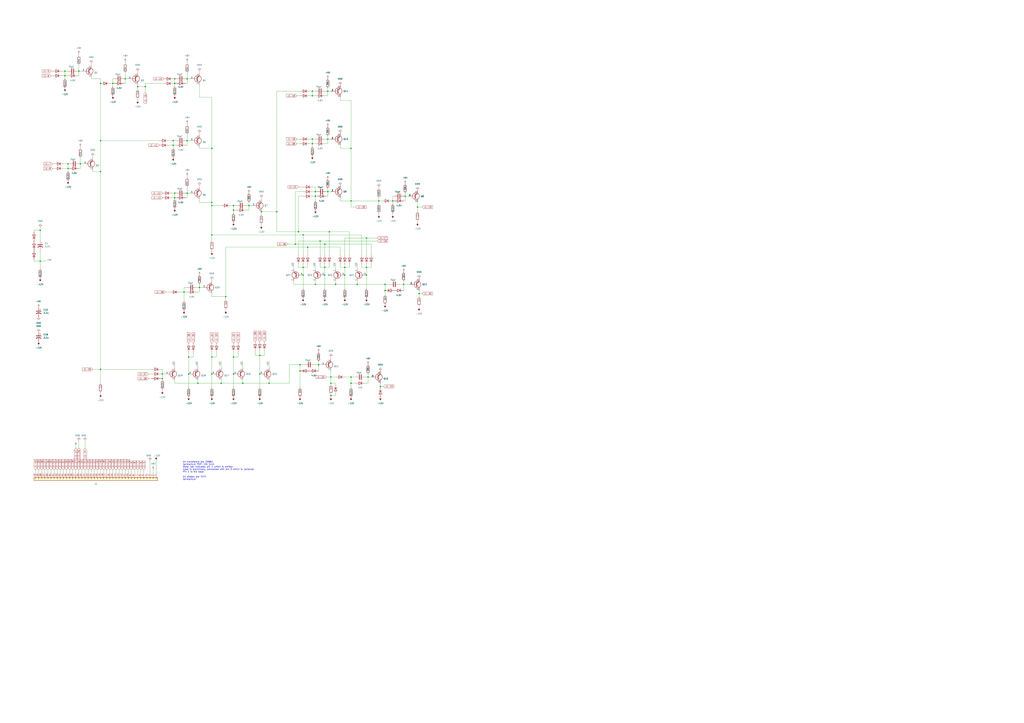
<source format=kicad_sch>
(kicad_sch (version 20250114) (generator "eeschema") (generator_version "9.0")
  (paper "A1")
  (text "All transistors are 2N964\nGermanium PNP, 15V 0.1A\nMetal tab indicates pin 1 which is emitter\nCase is electrically connected with pin 3 which is collector\nPin 2 is the base\n\nAll diodes are ????\nGermanium" (at 150.114 386.842 0) (effects (font (size 1.27 1.27)) (justify left)))
  (junction (at 331.47 233.68))
  (junction (at 185.42 243.84))
  (junction (at 248.92 219.71))
  (junction (at 143.51 64.77))
  (junction (at 259.08 233.68))
  (junction (at 288.29 165.1))
  (junction (at 252.73 203.2))
  (junction (at 153.67 64.77))
  (junction (at 227.33 173.99))
  (junction (at 53.34 62.23))
  (junction (at 143.51 68.58))
  (junction (at 153.67 115.57))
  (junction (at 316.23 238.76))
  (junction (at 270.51 190.5))
  (junction (at 33.02 214.63))
  (junction (at 269.24 74.93))
  (junction (at 64.77 58.42))
  (junction (at 82.55 68.58))
  (junction (at 261.62 299.72))
  (junction (at 133.35 307.34))
  (junction (at 266.7 226.06))
  (junction (at 269.24 157.48))
  (junction (at 151.13 240.03))
  (junction (at 153.67 158.75))
  (junction (at 142.24 115.57))
  (junction (at 300.99 219.71))
  (junction (at 143.51 158.75))
  (junction (at 191.77 172.72))
  (junction (at 248.92 193.04))
  (junction (at 302.26 309.88))
  (junction (at 288.29 309.88))
  (junction (at 271.78 309.88))
  (junction (at 259.08 161.29))
  (junction (at 92.71 68.58))
  (junction (at 214.63 173.99))
  (junction (at 173.99 168.91))
  (junction (at 256.54 74.93))
  (junction (at 271.78 314.96))
  (junction (at 33.02 189.23))
  (junction (at 133.35 311.15))
  (junction (at 173.99 293.37))
  (junction (at 119.38 71.12))
  (junction (at 82.55 303.53))
  (junction (at 173.99 121.92))
  (junction (at 256.54 78.74))
  (junction (at 246.38 299.72))
  (junction (at 191.77 293.37))
  (junction (at 66.04 134.62))
  (junction (at 288.29 121.92))
  (junction (at 204.47 168.91))
  (junction (at 162.56 314.96))
  (junction (at 173.99 166.37))
  (junction (at 288.29 314.96))
  (junction (at 53.34 58.42))
  (junction (at 300.99 195.58))
  (junction (at 266.7 200.66))
  (junction (at 191.77 307.34))
  (junction (at 248.92 226.06))
  (junction (at 256.54 118.11))
  (junction (at 55.88 134.62))
  (junction (at 181.61 314.96))
  (junction (at 163.83 236.22))
  (junction (at 342.9 170.18))
  (junction (at 142.24 119.38))
  (junction (at 173.99 193.04))
  (junction (at 143.51 162.56))
  (junction (at 199.39 314.96))
  (junction (at 322.58 165.1))
  (junction (at 154.94 307.34))
  (junction (at 173.99 307.34))
  (junction (at 55.88 138.43))
  (junction (at 332.74 161.29))
  (junction (at 300.99 226.06))
  (junction (at 102.87 64.77))
  (junction (at 246.38 304.8))
  (junction (at 113.03 71.12))
  (junction (at 311.15 165.1))
  (junction (at 242.57 200.66))
  (junction (at 266.7 219.71))
  (junction (at 191.77 168.91))
  (junction (at 82.55 115.57))
  (junction (at 213.36 292.1))
  (junction (at 262.89 198.12))
  (junction (at 293.37 233.68))
  (junction (at 275.59 233.68))
  (junction (at 220.98 314.96))
  (junction (at 344.17 241.3))
  (junction (at 271.78 325.12))
  (junction (at 283.21 226.06))
  (junction (at 316.23 233.68))
  (junction (at 259.08 157.48))
  (junction (at 269.24 114.3))
  (junction (at 283.21 219.71))
  (junction (at 213.36 307.34))
  (junction (at 256.54 114.3))
  (junction (at 312.42 317.5))
  (junction (at 245.11 190.5))
  (junction (at 82.55 140.97))
  (junction (at 154.94 293.37))
  (no_connect (at 62.23 364.49))
  (wire (pts (xy 57.15 138.43) (xy 55.88 138.43)))
  (wire (pts (xy 195.58 293.37) (xy 191.77 293.37)))
  (wire (pts (xy 269.24 74.93) (xy 269.24 78.74)))
  (wire (pts (xy 237.49 299.72) (xy 246.38 299.72)))
  (wire (pts (xy 162.56 312.42) (xy 162.56 314.96)))
  (wire (pts (xy 125.73 386.08) (xy 125.73 388.62)))
  (wire (pts (xy 269.24 118.11) (xy 269.24 114.3)))
  (wire (pts (xy 173.99 168.91) (xy 173.99 193.04)))
  (wire (pts (xy 64.77 134.62) (xy 66.04 134.62)))
  (wire (pts (xy 82.55 64.77) (xy 82.55 68.58)))
  (wire (pts (xy 151.13 236.22) (xy 151.13 240.03)))
  (wire (pts (xy 209.55 288.29) (xy 209.55 292.1)))
  (wire (pts (xy 143.51 158.75) (xy 143.51 162.56)))
  (wire (pts (xy 50.8 58.42) (xy 53.34 58.42)))
  (wire (pts (xy 123.19 378.46) (xy 123.19 388.62)))
  (wire (pts (xy 54.61 386.08) (xy 54.61 388.62)))
  (wire (pts (xy 173.99 80.01) (xy 173.99 121.92)))
  (wire (pts (xy 269.24 157.48) (xy 269.24 154.94)))
  (wire (pts (xy 31.75 386.08) (xy 31.75 388.62)))
  (wire (pts (xy 143.51 64.77) (xy 143.51 68.58)))
  (wire (pts (xy 297.18 193.04) (xy 248.92 193.04)))
  (wire (pts (xy 156.21 115.57) (xy 153.67 115.57)))
  (wire (pts (xy 245.11 153.67) (xy 248.92 153.67)))
  (wire (pts (xy 245.11 217.17) (xy 245.11 219.71)))
  (wire (pts (xy 245.11 190.5) (xy 227.33 190.5)))
  (wire (pts (xy 220.98 314.96) (xy 237.49 314.96)))
  (wire (pts (xy 147.32 240.03) (xy 151.13 240.03)))
  (wire (pts (xy 275.59 325.12) (xy 271.78 325.12)))
  (wire (pts (xy 144.78 158.75) (xy 143.51 158.75)))
  (wire (pts (xy 152.4 119.38) (xy 153.67 119.38)))
  (wire (pts (xy 260.35 161.29) (xy 259.08 161.29)))
  (wire (pts (xy 243.84 118.11) (xy 246.38 118.11)))
  (wire (pts (xy 311.15 176.53) (xy 311.15 175.26)))
  (wire (pts (xy 275.59 215.9) (xy 275.59 220.98)))
  (wire (pts (xy 331.47 161.29) (xy 332.74 161.29)))
  (wire (pts (xy 63.5 62.23) (xy 64.77 62.23)))
  (wire (pts (xy 332.74 161.29) (xy 332.74 165.1)))
  (wire (pts (xy 55.88 138.43) (xy 55.88 140.97)))
  (wire (pts (xy 269.24 111.76) (xy 269.24 114.3)))
  (wire (pts (xy 173.99 293.37) (xy 173.99 307.34)))
  (wire (pts (xy 293.37 215.9) (xy 293.37 220.98)))
  (wire (pts (xy 191.77 293.37) (xy 191.77 289.56)))
  (wire (pts (xy 288.29 165.1) (xy 311.15 165.1)))
  (wire (pts (xy 270.51 209.55) (xy 270.51 190.5)))
  (wire (pts (xy 217.17 292.1) (xy 213.36 292.1)))
  (wire (pts (xy 283.21 309.88) (xy 288.29 309.88)))
  (wire (pts (xy 279.4 119.38) (xy 279.4 121.92)))
  (wire (pts (xy 237.49 299.72) (xy 237.49 314.96)))
  (wire (pts (xy 29.21 386.08) (xy 29.21 388.62)))
  (wire (pts (xy 297.18 217.17) (xy 297.18 219.71)))
  (wire (pts (xy 87.63 386.08) (xy 87.63 388.62)))
  (wire (pts (xy 254 78.74) (xy 256.54 78.74)))
  (wire (pts (xy 135.89 240.03) (xy 139.7 240.03)))
  (wire (pts (xy 256.54 78.74) (xy 256.54 74.93)))
  (wire (pts (xy 50.8 62.23) (xy 53.34 62.23)))
  (wire (pts (xy 74.93 64.77) (xy 74.93 63.5)))
  (wire (pts (xy 248.92 219.71) (xy 248.92 226.06)))
  (wire (pts (xy 266.7 118.11) (xy 269.24 118.11)))
  (wire (pts (xy 64.77 361.95) (xy 64.77 368.3)))
  (wire (pts (xy 204.47 172.72) (xy 204.47 168.91)))
  (wire (pts (xy 266.7 219.71) (xy 266.7 226.06)))
  (wire (pts (xy 293.37 233.68) (xy 316.23 233.68)))
  (wire (pts (xy 271.78 304.8) (xy 271.78 309.88)))
  (wire (pts (xy 140.97 158.75) (xy 143.51 158.75)))
  (wire (pts (xy 270.51 190.5) (xy 245.11 190.5)))
  (wire (pts (xy 34.29 386.08) (xy 34.29 388.62)))
  (wire (pts (xy 27.94 190.5) (xy 27.94 189.23)))
  (wire (pts (xy 41.91 62.23) (xy 43.18 62.23)))
  (wire (pts (xy 156.21 158.75) (xy 153.67 158.75)))
  (wire (pts (xy 53.34 58.42) (xy 55.88 58.42)))
  (wire (pts (xy 181.61 297.18) (xy 181.61 302.26)))
  (wire (pts (xy 199.39 297.18) (xy 199.39 302.26)))
  (wire (pts (xy 66.04 134.62) (xy 66.04 129.54)))
  (wire (pts (xy 113.03 81.28) (xy 113.03 82.55)))
  (wire (pts (xy 227.33 74.93) (xy 246.38 74.93)))
  (wire (pts (xy 322.58 161.29) (xy 322.58 165.1)))
  (wire (pts (xy 177.8 289.56) (xy 177.8 293.37)))
  (wire (pts (xy 279.4 80.01) (xy 279.4 82.55)))
  (wire (pts (xy 143.51 297.18) (xy 143.51 302.26)))
  (wire (pts (xy 288.29 314.96) (xy 292.1 314.96)))
  (wire (pts (xy 312.42 317.5) (xy 312.42 318.77)))
  (wire (pts (xy 259.08 161.29) (xy 259.08 165.1)))
  (wire (pts (xy 297.18 219.71) (xy 300.99 219.71)))
  (wire (pts (xy 121.92 311.15) (xy 124.46 311.15)))
  (wire (pts (xy 288.29 309.88) (xy 292.1 309.88)))
  (wire (pts (xy 266.7 226.06) (xy 266.7 237.49)))
  (wire (pts (xy 260.35 157.48) (xy 259.08 157.48)))
  (wire (pts (xy 76.2 140.97) (xy 82.55 140.97)))
  (wire (pts (xy 266.7 114.3) (xy 269.24 114.3)))
  (wire (pts (xy 82.55 303.53) (xy 82.55 314.96)))
  (wire (pts (xy 262.89 198.12) (xy 245.11 198.12)))
  (wire (pts (xy 259.08 114.3) (xy 256.54 114.3)))
  (wire (pts (xy 259.08 78.74) (xy 256.54 78.74)))
  (wire (pts (xy 267.97 157.48) (xy 269.24 157.48)))
  (wire (pts (xy 227.33 173.99) (xy 214.63 173.99)))
  (wire (pts (xy 173.99 168.91) (xy 181.61 168.91)))
  (wire (pts (xy 185.42 203.2) (xy 185.42 243.84)))
  (wire (pts (xy 92.71 68.58) (xy 92.71 71.12)))
  (wire (pts (xy 53.34 62.23) (xy 53.34 64.77)))
  (wire (pts (xy 153.67 115.57) (xy 153.67 119.38)))
  (wire (pts (xy 243.84 114.3) (xy 246.38 114.3)))
  (wire (pts (xy 300.99 209.55) (xy 300.99 195.58)))
  (wire (pts (xy 269.24 157.48) (xy 269.24 161.29)))
  (wire (pts (xy 261.62 297.18) (xy 261.62 299.72)))
  (wire (pts (xy 173.99 80.01) (xy 163.83 80.01)))
  (wire (pts (xy 293.37 233.68) (xy 275.59 233.68)))
  (wire (pts (xy 93.98 68.58) (xy 92.71 68.58)))
  (wire (pts (xy 162.56 297.18) (xy 162.56 302.26)))
  (wire (pts (xy 82.55 64.77) (xy 74.93 64.77)))
  (wire (pts (xy 55.88 134.62) (xy 55.88 138.43)))
  (wire (pts (xy 241.3 231.14) (xy 241.3 233.68)))
  (wire (pts (xy 269.24 72.39) (xy 269.24 74.93)))
  (wire (pts (xy 271.78 314.96) (xy 271.78 316.23)))
  (wire (pts (xy 241.3 215.9) (xy 241.3 220.98)))
  (wire (pts (xy 138.43 115.57) (xy 142.24 115.57)))
  (wire (pts (xy 185.42 254) (xy 185.42 255.27)))
  (wire (pts (xy 49.53 386.08) (xy 49.53 388.62)))
  (wire (pts (xy 163.83 153.67) (xy 163.83 152.4)))
  (wire (pts (xy 41.91 58.42) (xy 43.18 58.42)))
  (wire (pts (xy 344.17 241.3) (xy 344.17 238.76)))
  (wire (pts (xy 283.21 219.71) (xy 283.21 226.06)))
  (wire (pts (xy 270.51 190.5) (xy 287.02 190.5)))
  (wire (pts (xy 195.58 289.56) (xy 195.58 293.37)))
  (wire (pts (xy 66.04 134.62) (xy 66.04 138.43)))
  (wire (pts (xy 166.37 236.22) (xy 163.83 236.22)))
  (wire (pts (xy 154.94 293.37) (xy 154.94 289.56)))
  (wire (pts (xy 173.99 121.92) (xy 173.99 166.37)))
  (wire (pts (xy 36.83 386.08) (xy 36.83 388.62)))
  (wire (pts (xy 322.58 165.1) (xy 322.58 167.64)))
  (wire (pts (xy 248.92 219.71) (xy 248.92 217.17)))
  (wire (pts (xy 153.67 115.57) (xy 153.67 110.49)))
  (wire (pts (xy 256.54 118.11) (xy 259.08 118.11)))
  (wire (pts (xy 300.99 195.58) (xy 309.88 195.58)))
  (wire (pts (xy 321.31 165.1) (xy 322.58 165.1)))
  (wire (pts (xy 173.99 307.34) (xy 173.99 318.77)))
  (wire (pts (xy 259.08 215.9) (xy 259.08 220.98)))
  (wire (pts (xy 154.94 307.34) (xy 154.94 318.77)))
  (wire (pts (xy 242.57 200.66) (xy 266.7 200.66)))
  (wire (pts (xy 27.94 214.63) (xy 33.02 214.63)))
  (wire (pts (xy 82.55 386.08) (xy 82.55 388.62)))
  (wire (pts (xy 102.87 64.77) (xy 102.87 68.58)))
  (wire (pts (xy 204.47 166.37) (xy 204.47 168.91)))
  (wire (pts (xy 201.93 172.72) (xy 204.47 172.72)))
  (wire (pts (xy 62.23 364.49) (xy 62.23 368.3)))
  (wire (pts (xy 252.73 217.17) (xy 252.73 219.71)))
  (wire (pts (xy 115.57 386.08) (xy 115.57 388.62)))
  (wire (pts (xy 33.02 189.23) (xy 33.02 198.12)))
  (wire (pts (xy 194.31 168.91) (xy 191.77 168.91)))
  (wire (pts (xy 264.16 299.72) (xy 261.62 299.72)))
  (wire (pts (xy 113.03 386.08) (xy 113.03 388.62)))
  (wire (pts (xy 316.23 238.76) (xy 316.23 242.57)))
  (wire (pts (xy 140.97 162.56) (xy 143.51 162.56)))
  (wire (pts (xy 250.19 299.72) (xy 246.38 299.72)))
  (wire (pts (xy 342.9 181.61) (xy 342.9 182.88)))
  (wire (pts (xy 316.23 233.68) (xy 320.04 233.68)))
  (wire (pts (xy 67.31 386.08) (xy 67.31 388.62)))
  (wire (pts (xy 52.07 134.62) (xy 55.88 134.62)))
  (wire (pts (xy 27.94 213.36) (xy 27.94 214.63)))
  (wire (pts (xy 227.33 173.99) (xy 227.33 74.93)))
  (wire (pts (xy 128.27 378.46) (xy 128.27 388.62)))
  (wire (pts (xy 152.4 64.77) (xy 153.67 64.77)))
  (wire (pts (xy 113.03 71.12) (xy 119.38 71.12)))
  (wire (pts (xy 33.02 186.69) (xy 33.02 189.23)))
  (wire (pts (xy 304.8 219.71) (xy 300.99 219.71)))
  (wire (pts (xy 256.54 161.29) (xy 259.08 161.29)))
  (wire (pts (xy 181.61 314.96) (xy 162.56 314.96)))
  (wire (pts (xy 300.99 226.06) (xy 300.99 237.49)))
  (wire (pts (xy 153.67 240.03) (xy 151.13 240.03)))
  (wire (pts (xy 158.75 293.37) (xy 154.94 293.37)))
  (wire (pts (xy 133.35 311.15) (xy 132.08 311.15)))
  (wire (pts (xy 113.03 58.42) (xy 113.03 59.69)))
  (wire (pts (xy 33.02 214.63) (xy 33.02 220.98)))
  (wire (pts (xy 279.4 219.71) (xy 283.21 219.71)))
  (wire (pts (xy 267.97 309.88) (xy 271.78 309.88)))
  (wire (pts (xy 133.35 303.53) (xy 133.35 307.34)))
  (wire (pts (xy 316.23 238.76) (xy 316.23 233.68)))
  (wire (pts (xy 227.33 190.5) (xy 227.33 173.99)))
  (wire (pts (xy 261.62 299.72) (xy 261.62 304.8)))
  (wire (pts (xy 163.83 240.03) (xy 163.83 236.22)))
  (wire (pts (xy 279.4 162.56) (xy 279.4 165.1)))
  (wire (pts (xy 163.83 166.37) (xy 173.99 166.37)))
  (wire (pts (xy 271.78 325.12) (xy 271.78 326.39)))
  (wire (pts (xy 267.97 161.29) (xy 269.24 161.29)))
  (wire (pts (xy 153.67 144.78) (xy 153.67 146.05)))
  (wire (pts (xy 92.71 64.77) (xy 92.71 68.58)))
  (wire (pts (xy 93.98 64.77) (xy 92.71 64.77)))
  (wire (pts (xy 163.83 121.92) (xy 173.99 121.92)))
  (wire (pts (xy 242.57 157.48) (xy 248.92 157.48)))
  (wire (pts (xy 144.78 162.56) (xy 143.51 162.56)))
  (wire (pts (xy 113.03 69.85) (xy 113.03 71.12)))
  (wire (pts (xy 204.47 168.91) (xy 207.01 168.91)))
  (wire (pts (xy 300.99 219.71) (xy 300.99 217.17)))
  (wire (pts (xy 191.77 172.72) (xy 191.77 175.26)))
  (wire (pts (xy 163.83 163.83) (xy 163.83 166.37)))
  (wire (pts (xy 144.78 115.57) (xy 142.24 115.57)))
  (wire (pts (xy 243.84 78.74) (xy 246.38 78.74)))
  (wire (pts (xy 262.89 219.71) (xy 266.7 219.71)))
  (wire (pts (xy 90.17 68.58) (xy 92.71 68.58)))
  (wire (pts (xy 119.38 68.58) (xy 134.62 68.58)))
  (wire (pts (xy 161.29 240.03) (xy 163.83 240.03)))
  (wire (pts (xy 336.55 233.68) (xy 331.47 233.68)))
  (wire (pts (xy 271.78 323.85) (xy 271.78 325.12)))
  (wire (pts (xy 173.99 229.87) (xy 173.99 231.14)))
  (wire (pts (xy 132.08 307.34) (xy 133.35 307.34)))
  (wire (pts (xy 314.96 317.5) (xy 312.42 317.5)))
  (wire (pts (xy 245.11 198.12) (xy 245.11 209.55)))
  (wire (pts (xy 279.4 121.92) (xy 288.29 121.92)))
  (wire (pts (xy 214.63 184.15) (xy 214.63 185.42)))
  (wire (pts (xy 201.93 168.91) (xy 204.47 168.91)))
  (wire (pts (xy 262.89 217.17) (xy 262.89 219.71)))
  (wire (pts (xy 269.24 114.3) (xy 271.78 114.3)))
  (wire (pts (xy 76.2 139.7) (xy 76.2 140.97)))
  (wire (pts (xy 142.24 119.38) (xy 142.24 115.57)))
  (wire (pts (xy 64.77 58.42) (xy 64.77 62.23)))
  (wire (pts (xy 27.94 189.23) (xy 33.02 189.23)))
  (wire (pts (xy 66.04 120.65) (xy 66.04 121.92)))
  (wire (pts (xy 153.67 50.8) (xy 153.67 52.07)))
  (wire (pts (xy 64.77 386.08) (xy 64.77 388.62)))
  (wire (pts (xy 63.5 58.42) (xy 64.77 58.42)))
  (wire (pts (xy 52.07 138.43) (xy 55.88 138.43)))
  (wire (pts (xy 64.77 44.45) (xy 64.77 45.72)))
  (wire (pts (xy 252.73 203.2) (xy 279.4 203.2)))
  (wire (pts (xy 191.77 307.34) (xy 191.77 318.77)))
  (wire (pts (xy 214.63 173.99) (xy 214.63 176.53)))
  (wire (pts (xy 173.99 193.04) (xy 173.99 198.12)))
  (wire (pts (xy 153.67 64.77) (xy 153.67 59.69)))
  (wire (pts (xy 102.87 50.8) (xy 102.87 52.07)))
  (wire (pts (xy 287.02 217.17) (xy 287.02 219.71)))
  (wire (pts (xy 64.77 53.34) (xy 64.77 58.42)))
  (wire (pts (xy 154.94 293.37) (xy 154.94 307.34)))
  (wire (pts (xy 214.63 162.56) (xy 214.63 163.83)))
  (wire (pts (xy 311.15 153.67) (xy 311.15 154.94)))
  (wire (pts (xy 191.77 168.91) (xy 191.77 172.72)))
  (wire (pts (xy 275.59 316.23) (xy 275.59 314.96)))
  (wire (pts (xy 252.73 209.55) (xy 252.73 203.2)))
  (wire (pts (xy 113.03 71.12) (xy 113.03 73.66)))
  (wire (pts (xy 275.59 323.85) (xy 275.59 325.12)))
  (wire (pts (xy 153.67 158.75) (xy 153.67 162.56)))
  (wire (pts (xy 92.71 386.08) (xy 92.71 388.62)))
  (wire (pts (xy 217.17 288.29) (xy 217.17 292.1)))
  (wire (pts (xy 266.7 200.66) (xy 266.7 209.55)))
  (wire (pts (xy 302.26 314.96) (xy 302.26 309.88)))
  (wire (pts (xy 152.4 68.58) (xy 153.67 68.58)))
  (wire (pts (xy 246.38 299.72) (xy 246.38 304.8)))
  (wire (pts (xy 107.95 386.08) (xy 107.95 388.62)))
  (wire (pts (xy 163.83 59.69) (xy 163.83 58.42)))
  (wire (pts (xy 119.38 68.58) (xy 119.38 71.12)))
  (wire (pts (xy 342.9 170.18) (xy 342.9 173.99)))
  (wire (pts (xy 304.8 217.17) (xy 304.8 219.71)))
  (wire (pts (xy 185.42 243.84) (xy 185.42 246.38)))
  (wire (pts (xy 152.4 162.56) (xy 153.67 162.56)))
  (wire (pts (xy 57.15 134.62) (xy 55.88 134.62)))
  (wire (pts (xy 118.11 386.08) (xy 118.11 388.62)))
  (wire (pts (xy 119.38 71.12) (xy 119.38 76.2)))
  (wire (pts (xy 288.29 309.88) (xy 288.29 314.96)))
  (wire (pts (xy 142.24 119.38) (xy 142.24 121.92)))
  (wire (pts (xy 266.7 219.71) (xy 266.7 217.17)))
  (wire (pts (xy 185.42 203.2) (xy 252.73 203.2)))
  (wire (pts (xy 177.8 293.37) (xy 173.99 293.37)))
  (wire (pts (xy 293.37 231.14) (xy 293.37 233.68)))
  (wire (pts (xy 288.29 121.92) (xy 288.29 165.1)))
  (wire (pts (xy 287.02 219.71) (xy 283.21 219.71)))
  (wire (pts (xy 133.35 307.34) (xy 133.35 311.15)))
  (wire (pts (xy 74.93 53.34) (xy 74.93 52.07)))
  (wire (pts (xy 189.23 168.91) (xy 191.77 168.91)))
  (wire (pts (xy 312.42 317.5) (xy 312.42 314.96)))
  (wire (pts (xy 181.61 312.42) (xy 181.61 314.96)))
  (wire (pts (xy 245.11 219.71) (xy 248.92 219.71)))
  (wire (pts (xy 102.87 59.69) (xy 102.87 64.77)))
  (wire (pts (xy 143.51 314.96) (xy 143.51 312.42)))
  (wire (pts (xy 152.4 158.75) (xy 153.67 158.75)))
  (wire (pts (xy 82.55 115.57) (xy 130.81 115.57)))
  (wire (pts (xy 173.99 243.84) (xy 185.42 243.84)))
  (wire (pts (xy 46.99 386.08) (xy 46.99 388.62)))
  (wire (pts (xy 259.08 157.48) (xy 259.08 161.29)))
  (wire (pts (xy 152.4 115.57) (xy 153.67 115.57)))
  (wire (pts (xy 199.39 314.96) (xy 181.61 314.96)))
  (wire (pts (xy 259.08 231.14) (xy 259.08 233.68)))
  (wire (pts (xy 69.85 386.08) (xy 69.85 388.62)))
  (wire (pts (xy 256.54 114.3) (xy 256.54 118.11)))
  (wire (pts (xy 283.21 226.06) (xy 283.21 237.49)))
  (wire (pts (xy 38.1 214.63) (xy 33.02 214.63)))
  (wire (pts (xy 271.78 294.64) (xy 271.78 293.37)))
  (wire (pts (xy 279.4 217.17) (xy 279.4 219.71)))
  (wire (pts (xy 275.59 314.96) (xy 271.78 314.96)))
  (wire (pts (xy 163.83 80.01) (xy 163.83 69.85)))
  (wire (pts (xy 199.39 314.96) (xy 220.98 314.96)))
  (wire (pts (xy 138.43 119.38) (xy 142.24 119.38)))
  (wire (pts (xy 80.01 386.08) (xy 80.01 388.62)))
  (wire (pts (xy 132.08 303.53) (xy 133.35 303.53)))
  (wire (pts (xy 248.92 226.06) (xy 248.92 237.49)))
  (wire (pts (xy 344.17 241.3) (xy 344.17 243.84)))
  (wire (pts (xy 254 118.11) (xy 256.54 118.11)))
  (wire (pts (xy 327.66 233.68) (xy 331.47 233.68)))
  (wire (pts (xy 85.09 386.08) (xy 85.09 388.62)))
  (wire (pts (xy 254 74.93) (xy 256.54 74.93)))
  (wire (pts (xy 342.9 166.37) (xy 342.9 170.18)))
  (wire (pts (xy 82.55 68.58) (xy 82.55 115.57)))
  (wire (pts (xy 256.54 153.67) (xy 259.08 153.67)))
  (wire (pts (xy 143.51 68.58) (xy 143.51 71.12)))
  (wire (pts (xy 143.51 162.56) (xy 143.51 163.83)))
  (wire (pts (xy 322.58 176.53) (xy 322.58 175.26)))
  (wire (pts (xy 105.41 386.08) (xy 105.41 388.62)))
  (wire (pts (xy 64.77 138.43) (xy 66.04 138.43)))
  (wire (pts (xy 331.47 233.68) (xy 331.47 238.76)))
  (wire (pts (xy 53.34 62.23) (xy 55.88 62.23)))
  (wire (pts (xy 153.67 101.6) (xy 153.67 102.87)))
  (wire (pts (xy 302.26 309.88) (xy 304.8 309.88)))
  (wire (pts (xy 161.29 236.22) (xy 163.83 236.22)))
  (wire (pts (xy 33.02 214.63) (xy 33.02 205.74)))
  (wire (pts (xy 213.36 292.1) (xy 213.36 307.34)))
  (wire (pts (xy 163.83 110.49) (xy 163.83 109.22)))
  (wire (pts (xy 142.24 68.58) (xy 143.51 68.58)))
  (wire (pts (xy 133.35 307.34) (xy 135.89 307.34)))
  (wire (pts (xy 57.15 386.08) (xy 57.15 388.62)))
  (wire (pts (xy 283.21 219.71) (xy 283.21 217.17)))
  (wire (pts (xy 270.51 217.17) (xy 270.51 219.71)))
  (wire (pts (xy 74.93 386.08) (xy 74.93 388.62)))
  (wire (pts (xy 173.99 241.3) (xy 173.99 243.84)))
  (wire (pts (xy 300.99 219.71) (xy 300.99 226.06)))
  (wire (pts (xy 311.15 165.1) (xy 311.15 167.64)))
  (wire (pts (xy 270.51 219.71) (xy 266.7 219.71)))
  (wire (pts (xy 248.92 193.04) (xy 248.92 209.55)))
  (wire (pts (xy 248.92 161.29) (xy 245.11 161.29)))
  (wire (pts (xy 110.49 386.08) (xy 110.49 388.62)))
  (wire (pts (xy 332.74 161.29) (xy 332.74 158.75)))
  (wire (pts (xy 236.22 200.66) (xy 242.57 200.66)))
  (wire (pts (xy 101.6 68.58) (xy 102.87 68.58)))
  (wire (pts (xy 163.83 236.22) (xy 163.83 233.68)))
  (wire (pts (xy 288.29 82.55) (xy 288.29 121.92)))
  (wire (pts (xy 102.87 386.08) (xy 102.87 388.62)))
  (wire (pts (xy 82.55 322.58) (xy 82.55 323.85)))
  (wire (pts (xy 256.54 120.65) (xy 256.54 118.11)))
  (wire (pts (xy 43.18 134.62) (xy 44.45 134.62)))
  (wire (pts (xy 162.56 314.96) (xy 143.51 314.96)))
  (wire (pts (xy 220.98 312.42) (xy 220.98 314.96)))
  (wire (pts (xy 191.77 293.37) (xy 191.77 307.34)))
  (wire (pts (xy 275.59 231.14) (xy 275.59 233.68)))
  (wire (pts (xy 252.73 219.71) (xy 248.92 219.71)))
  (wire (pts (xy 279.4 165.1) (xy 288.29 165.1)))
  (wire (pts (xy 62.23 386.08) (xy 62.23 388.62)))
  (wire (pts (xy 300.99 195.58) (xy 283.21 195.58)))
  (wire (pts (xy 259.08 233.68) (xy 241.3 233.68)))
  (wire (pts (xy 124.46 303.53) (xy 82.55 303.53)))
  (wire (pts (xy 302.26 307.34) (xy 302.26 309.88)))
  (wire (pts (xy 257.81 299.72) (xy 261.62 299.72)))
  (wire (pts (xy 309.88 198.12) (xy 262.89 198.12)))
  (wire (pts (xy 283.21 195.58) (xy 283.21 209.55)))
  (wire (pts (xy 271.78 309.88) (xy 271.78 314.96)))
  (wire (pts (xy 41.91 386.08) (xy 41.91 388.62)))
  (wire (pts (xy 133.35 321.31) (xy 133.35 320.04)))
  (wire (pts (xy 304.8 209.55) (xy 304.8 200.66)))
  (wire (pts (xy 323.85 165.1) (xy 322.58 165.1)))
  (wire (pts (xy 102.87 64.77) (xy 105.41 64.77)))
  (wire (pts (xy 194.31 172.72) (xy 191.77 172.72)))
  (wire (pts (xy 346.71 241.3) (xy 344.17 241.3)))
  (wire (pts (xy 173.99 193.04) (xy 248.92 193.04)))
  (wire (pts (xy 266.7 74.93) (xy 269.24 74.93)))
  (wire (pts (xy 121.92 307.34) (xy 124.46 307.34)))
  (wire (pts (xy 76.2 303.53) (xy 82.55 303.53)))
  (wire (pts (xy 100.33 386.08) (xy 100.33 388.62)))
  (wire (pts (xy 304.8 200.66) (xy 266.7 200.66)))
  (wire (pts (xy 256.54 74.93) (xy 259.08 74.93)))
  (wire (pts (xy 163.83 120.65) (xy 163.83 121.92)))
  (wire (pts (xy 279.4 203.2) (xy 279.4 209.55)))
  (wire (pts (xy 271.78 309.88) (xy 275.59 309.88)))
  (wire (pts (xy 297.18 209.55) (xy 297.18 193.04)))
  (wire (pts (xy 143.51 68.58) (xy 144.78 68.58)))
  (wire (pts (xy 271.78 157.48) (xy 269.24 157.48)))
  (wire (pts (xy 213.36 292.1) (xy 213.36 288.29)))
  (wire (pts (xy 262.89 198.12) (xy 262.89 209.55)))
  (wire (pts (xy 173.99 166.37) (xy 173.99 168.91)))
  (wire (pts (xy 335.28 161.29) (xy 332.74 161.29)))
  (wire (pts (xy 213.36 307.34) (xy 213.36 318.77)))
  (wire (pts (xy 302.26 309.88) (xy 299.72 309.88)))
  (wire (pts (xy 59.69 386.08) (xy 59.69 388.62)))
  (wire (pts (xy 256.54 157.48) (xy 259.08 157.48)))
  (wire (pts (xy 101.6 64.77) (xy 102.87 64.77)))
  (wire (pts (xy 254 114.3) (xy 256.54 114.3)))
  (wire (pts (xy 142.24 64.77) (xy 143.51 64.77)))
  (wire (pts (xy 269.24 74.93) (xy 271.78 74.93)))
  (wire (pts (xy 173.99 293.37) (xy 173.99 289.56)))
  (wire (pts (xy 151.13 240.03) (xy 151.13 247.65)))
  (wire (pts (xy 323.85 161.29) (xy 322.58 161.29)))
  (wire (pts (xy 52.07 386.08) (xy 52.07 388.62)))
  (wire (pts (xy 153.67 158.75) (xy 153.67 153.67)))
  (wire (pts (xy 288.29 314.96) (xy 288.29 318.77)))
  (wire (pts (xy 288.29 170.18) (xy 288.29 165.1)))
  (wire (pts (xy 82.55 140.97) (xy 82.55 303.53)))
  (wire (pts (xy 266.7 78.74) (xy 269.24 78.74)))
  (wire (pts (xy 299.72 314.96) (xy 302.26 314.96)))
  (wire (pts (xy 242.57 200.66) (xy 242.57 157.48)))
  (wire (pts (xy 158.75 289.56) (xy 158.75 293.37)))
  (wire (pts (xy 39.37 386.08) (xy 39.37 388.62)))
  (wire (pts (xy 72.39 386.08) (xy 72.39 388.62)))
  (wire (pts (xy 275.59 233.68) (xy 259.08 233.68)))
  (wire (pts (xy 82.55 115.57) (xy 82.55 140.97)))
  (wire (pts (xy 331.47 231.14) (xy 331.47 233.68)))
  (wire (pts (xy 44.45 386.08) (xy 44.45 388.62)))
  (wire (pts (xy 144.78 64.77) (xy 143.51 64.77)))
  (wire (pts (xy 279.4 82.55) (xy 288.29 82.55)))
  (wire (pts (xy 311.15 162.56) (xy 311.15 165.1)))
  (wire (pts (xy 69.85 361.95) (xy 69.85 368.3)))
  (wire (pts (xy 287.02 190.5) (xy 287.02 209.55)))
  (wire (pts (xy 331.47 165.1) (xy 332.74 165.1)))
  (wire (pts (xy 292.1 170.18) (xy 288.29 170.18)))
  (wire (pts (xy 245.11 161.29) (xy 245.11 190.5)))
  (wire (pts (xy 90.17 386.08) (xy 90.17 388.62)))
  (wire (pts (xy 43.18 138.43) (xy 44.45 138.43)))
  (wire (pts (xy 53.34 58.42) (xy 53.34 62.23)))
  (wire (pts (xy 173.99 205.74) (xy 173.99 207.01)))
  (wire (pts (xy 153.67 64.77) (xy 153.67 68.58)))
  (wire (pts (xy 342.9 170.18) (xy 346.71 170.18)))
  (wire (pts (xy 64.77 58.42) (xy 67.31 58.42)))
  (wire (pts (xy 95.25 386.08) (xy 95.25 388.62)))
  (wire (pts (xy 311.15 165.1) (xy 313.69 165.1)))
  (wire (pts (xy 97.79 386.08) (xy 97.79 388.62)))
  (wire (pts (xy 76.2 129.54) (xy 76.2 128.27)))
  (wire (pts (xy 133.35 311.15) (xy 133.35 312.42)))
  (wire (pts (xy 209.55 292.1) (xy 213.36 292.1)))
  (wire (pts (xy 156.21 64.77) (xy 153.67 64.77)))
  (wire (pts (xy 199.39 312.42) (xy 199.39 314.96)))
  (wire (pts (xy 153.67 236.22) (xy 151.13 236.22)))
  (wire (pts (xy 220.98 297.18) (xy 220.98 302.26)))
  (wire (pts (xy 68.58 134.62) (xy 66.04 134.62)))
  (wire (pts (xy 142.24 119.38) (xy 144.78 119.38)))
  (wire (pts (xy 77.47 386.08) (xy 77.47 388.62)))
  (wire (pts (xy 259.08 153.67) (xy 259.08 157.48)))
  (wire (pts (xy 246.38 304.8) (xy 246.38 318.77)))
  (label "-1V" (at 275.59 215.9 270))
  (label "-1V" (at 38.1 214.63 0))
  (label "-1V" (at 241.3 215.9 270))
  (label "-1V" (at 143.51 297.18 270))
  (label "-1V" (at 199.39 297.18 270))
  (label "-1V" (at 181.61 297.18 270))
  (label "-1V" (at 162.56 297.18 270))
  (label "-1V" (at 259.08 215.9 270))
  (label "-1V" (at 293.37 215.9 270))
  (label "-1V" (at 220.98 297.18 270))
  (global_label "J1-22" (shape input) (at 74.93 386.08 90) (property "Intersheetrefs" "${INTERSHEET_REFS}" (effects (hide yes))))
  (global_label "J1-7" (shape input) (at 43.18 134.62 180) (property "Intersheetrefs" "${INTERSHEET_REFS}" (effects (hide yes))))
  (global_label "J1-6" (shape input) (at 41.91 62.23 180) (property "Intersheetrefs" "${INTERSHEET_REFS}" (effects (hide yes))))
  (global_label "J1-28" (shape input) (at 59.69 386.08 90) (property "Intersheetrefs" "${INTERSHEET_REFS}" (effects (hide yes))))
  (global_label "J1-12" (shape input) (at 100.33 386.08 90) (property "Intersheetrefs" "${INTERSHEET_REFS}" (effects (hide yes))))
  (global_label "J1-8" (shape input) (at 43.18 138.43 180) (property "Intersheetrefs" "${INTERSHEET_REFS}" (effects (hide yes))))
  (global_label "J1-29" (shape input) (at 213.36 280.67 90) (property "Intersheetrefs" "${INTERSHEET_REFS}" (effects (hide yes))))
  (global_label "J1-12" (shape input) (at 133.35 158.75 180) (property "Intersheetrefs" "${INTERSHEET_REFS}" (effects (hide yes))))
  (global_label "J1-39" (shape input) (at 76.2 303.53 180) (property "Intersheetrefs" "${INTERSHEET_REFS}" (effects (hide yes))))
  (global_label "J1-38" (shape input) (at 135.89 240.03 180) (property "Intersheetrefs" "${INTERSHEET_REFS}" (effects (hide yes))))
  (global_label "J1-38" (shape input) (at 34.29 386.08 90) (property "Intersheetrefs" "${INTERSHEET_REFS}" (effects (hide yes))))
  (global_label "J1-5" (shape input) (at 118.11 386.08 90) (property "Intersheetrefs" "${INTERSHEET_REFS}" (effects (hide yes))))
  (global_label "J1-38" (shape input) (at 121.92 311.15 180) (property "Intersheetrefs" "${INTERSHEET_REFS}" (effects (hide yes))))
  (global_label "J1-5" (shape input) (at 41.91 58.42 180) (property "Intersheetrefs" "${INTERSHEET_REFS}" (effects (hide yes))))
  (global_label "J1-21" (shape input) (at 245.11 153.67 180) (property "Intersheetrefs" "${INTERSHEET_REFS}" (effects (hide yes))))
  (global_label "J1-6" (shape input) (at 115.57 386.08 90) (property "Intersheetrefs" "${INTERSHEET_REFS}" (effects (hide yes))))
  (global_label "J1-25" (shape input) (at 267.97 309.88 180) (property "Intersheetrefs" "${INTERSHEET_REFS}" (effects (hide yes))))
  (global_label "J1-18" (shape input) (at 243.84 78.74 180) (property "Intersheetrefs" "${INTERSHEET_REFS}" (effects (hide yes))))
  (global_label "J1-18" (shape input) (at 309.88 198.12 0) (property "Intersheetrefs" "${INTERSHEET_REFS}" (effects (hide yes))))
  (global_label "J1-11" (shape input) (at 102.87 386.08 90) (property "Intersheetrefs" "${INTERSHEET_REFS}" (effects (hide yes))))
  (global_label "J1-18" (shape input) (at 243.84 114.3 180) (property "Intersheetrefs" "${INTERSHEET_REFS}" (effects (hide yes))))
  (global_label "J1-20" (shape input) (at 80.01 386.08 90) (property "Intersheetrefs" "${INTERSHEET_REFS}" (effects (hide yes))))
  (global_label "J1-16" (shape input) (at 90.17 386.08 90) (property "Intersheetrefs" "${INTERSHEET_REFS}" (effects (hide yes))))
  (global_label "J1-39" (shape input) (at 31.75 386.08 90) (property "Intersheetrefs" "${INTERSHEET_REFS}" (effects (hide yes))))
  (global_label "J1-38" (shape input) (at 243.84 118.11 180) (property "Intersheetrefs" "${INTERSHEET_REFS}" (effects (hide yes))))
  (global_label "J1-15" (shape input) (at 92.71 386.08 90) (property "Intersheetrefs" "${INTERSHEET_REFS}" (effects (hide yes))))
  (global_label "J1-26" (shape input) (at 64.77 386.08 90) (property "Intersheetrefs" "${INTERSHEET_REFS}" (effects (hide yes))))
  (global_label "J1-26" (shape input) (at 64.77 368.3 270) (property "Intersheetrefs" "${INTERSHEET_REFS}" (effects (hide yes))))
  (global_label "J1-19" (shape input) (at 82.55 386.08 90) (property "Intersheetrefs" "${INTERSHEET_REFS}" (effects (hide yes))))
  (global_label "J1-33" (shape input) (at 177.8 281.94 90) (property "Intersheetrefs" "${INTERSHEET_REFS}" (effects (hide yes))))
  (global_label "J1-21" (shape input) (at 77.47 386.08 90) (property "Intersheetrefs" "${INTERSHEET_REFS}" (effects (hide yes))))
  (global_label "J1-18" (shape input) (at 85.09 386.08 90) (property "Intersheetrefs" "${INTERSHEET_REFS}" (effects (hide yes))))
  (global_label "J1-19" (shape input) (at 346.71 170.18 0) (property "Intersheetrefs" "${INTERSHEET_REFS}" (effects (hide yes))))
  (global_label "J1-37" (shape input) (at 121.92 307.34 180) (property "Intersheetrefs" "${INTERSHEET_REFS}" (effects (hide yes))))
  (global_label "J1-9" (shape input) (at 107.95 386.08 90) (property "Intersheetrefs" "${INTERSHEET_REFS}" (effects (hide yes))))
  (global_label "J1-14" (shape input) (at 95.25 386.08 90) (property "Intersheetrefs" "${INTERSHEET_REFS}" (effects (hide yes))))
  (global_label "J1-30" (shape input) (at 217.17 280.67 90) (property "Intersheetrefs" "${INTERSHEET_REFS}" (effects (hide yes))))
  (global_label "J1-34" (shape input) (at 44.45 386.08 90) (property "Intersheetrefs" "${INTERSHEET_REFS}" (effects (hide yes))))
  (global_label "J1-32" (shape input) (at 191.77 281.94 90) (property "Intersheetrefs" "${INTERSHEET_REFS}" (effects (hide yes))))
  (global_label "J1-35" (shape input) (at 158.75 281.94 90) (property "Intersheetrefs" "${INTERSHEET_REFS}" (effects (hide yes))))
  (global_label "J1-28" (shape input) (at 209.55 280.67 90) (property "Intersheetrefs" "${INTERSHEET_REFS}" (effects (hide yes))))
  (global_label "J1-7" (shape input) (at 113.03 386.08 90) (property "Intersheetrefs" "${INTERSHEET_REFS}" (effects (hide yes))))
  (global_label "J1-36" (shape input) (at 154.94 281.94 90) (property "Intersheetrefs" "${INTERSHEET_REFS}" (effects (hide yes))))
  (global_label "J1-35" (shape input) (at 41.91 386.08 90) (property "Intersheetrefs" "${INTERSHEET_REFS}" (effects (hide yes))))
  (global_label "J1-23" (shape input) (at 314.96 317.5 0) (property "Intersheetrefs" "${INTERSHEET_REFS}" (effects (hide yes))))
  (global_label "J1-31" (shape input) (at 195.58 281.94 90) (property "Intersheetrefs" "${INTERSHEET_REFS}" (effects (hide yes))))
  (global_label "J1-8" (shape input) (at 110.49 386.08 90) (property "Intersheetrefs" "${INTERSHEET_REFS}" (effects (hide yes))))
  (global_label "J1-31" (shape input) (at 52.07 386.08 90) (property "Intersheetrefs" "${INTERSHEET_REFS}" (effects (hide yes))))
  (global_label "J1-27" (shape input) (at 62.23 386.08 90) (property "Intersheetrefs" "${INTERSHEET_REFS}" (effects (hide yes))))
  (global_label "J1-17" (shape input) (at 87.63 386.08 90) (property "Intersheetrefs" "${INTERSHEET_REFS}" (effects (hide yes))))
  (global_label "J1-37" (shape input) (at 36.83 386.08 90) (property "Intersheetrefs" "${INTERSHEET_REFS}" (effects (hide yes))))
  (global_label "J1-34" (shape input) (at 173.99 281.94 90) (property "Intersheetrefs" "${INTERSHEET_REFS}" (effects (hide yes))))
  (global_label "J1-25" (shape input) (at 67.31 386.08 90) (property "Intersheetrefs" "${INTERSHEET_REFS}" (effects (hide yes))))
  (global_label "J1-13" (shape input) (at 133.35 162.56 180) (property "Intersheetrefs" "${INTERSHEET_REFS}" (effects (hide yes))))
  (global_label "J1-24" (shape input) (at 69.85 368.3 270) (property "Intersheetrefs" "${INTERSHEET_REFS}" (effects (hide yes))))
  (global_label "J1-32" (shape input) (at 49.53 386.08 90) (property "Intersheetrefs" "${INTERSHEET_REFS}" (effects (hide yes))))
  (global_label "J1-29" (shape input) (at 57.15 386.08 90) (property "Intersheetrefs" "${INTERSHEET_REFS}" (effects (hide yes))))
  (global_label "J1-30" (shape input) (at 54.61 386.08 90) (property "Intersheetrefs" "${INTERSHEET_REFS}" (effects (hide yes))))
  (global_label "J1-20" (shape input) (at 292.1 170.18 0) (property "Intersheetrefs" "${INTERSHEET_REFS}" (effects (hide yes))))
  (global_label "J1-30" (shape input) (at 346.71 241.3 0) (property "Intersheetrefs" "${INTERSHEET_REFS}" (effects (hide yes))))
  (global_label "J1-16" (shape input) (at 119.38 76.2 270) (property "Intersheetrefs" "${INTERSHEET_REFS}" (effects (hide yes))))
  (global_label "J1-10" (shape input) (at 105.41 386.08 90) (property "Intersheetrefs" "${INTERSHEET_REFS}" (effects (hide yes))))
  (global_label "J1-24" (shape input) (at 69.85 386.08 90) (property "Intersheetrefs" "${INTERSHEET_REFS}" (effects (hide yes))))
  (global_label "J1-10" (shape input) (at 134.62 64.77 180) (property "Intersheetrefs" "${INTERSHEET_REFS}" (effects (hide yes))))
  (global_label "J1-38" (shape input) (at 236.22 200.66 180) (property "Intersheetrefs" "${INTERSHEET_REFS}" (effects (hide yes))))
  (global_label "J1-23" (shape input) (at 72.39 386.08 90) (property "Intersheetrefs" "${INTERSHEET_REFS}" (effects (hide yes))))
  (global_label "J1-13" (shape input) (at 97.79 386.08 90) (property "Intersheetrefs" "${INTERSHEET_REFS}" (effects (hide yes))))
  (global_label "J1-36" (shape input) (at 39.37 386.08 90) (property "Intersheetrefs" "${INTERSHEET_REFS}" (effects (hide yes))))
  (global_label "J1-40" (shape input) (at 29.21 386.08 90) (property "Intersheetrefs" "${INTERSHEET_REFS}" (effects (hide yes))))
  (global_label "J1-11" (shape input) (at 130.81 119.38 180) (property "Intersheetrefs" "${INTERSHEET_REFS}" (effects (hide yes))))
  (global_label "J1-27" (shape input) (at 62.23 368.3 270) (property "Intersheetrefs" "${INTERSHEET_REFS}" (effects (hide yes))))
  (global_label "J1-33" (shape input) (at 46.99 386.08 90) (property "Intersheetrefs" "${INTERSHEET_REFS}" (effects (hide yes))))
  (global_label "J1-17" (shape input) (at 309.88 195.58 0) (property "Intersheetrefs" "${INTERSHEET_REFS}" (effects (hide yes))))
  (symbol (lib_id "Device:D") (at 250.19 114.3 0) (mirror y) (unit 1)
    (property "Reference" "D65" (effects (hide yes)))
    (property "Value" "D" (effects (hide yes)))
    (property "Description" "Diode" (effects (hide yes)))
    (property "Sim.Device" "D" (effects (hide yes)))
    (property "Sim.Pins" "1=K 2=A" (effects (hide yes)))
  )
  (symbol (lib_id "Device:D") (at 48.26 134.62 0) (mirror y) (unit 1)
    (property "Reference" "D52" (effects (hide yes)))
    (property "Value" "D" (effects (hide yes)))
    (property "Description" "Diode" (effects (hide yes)))
    (property "Sim.Device" "D" (effects (hide yes)))
    (property "Sim.Pins" "1=K 2=A" (effects (hide yes)))
  )
  (symbol (lib_id "power:GND") (at 173.99 229.87 180) (unit 1)
    (property "Reference" "#PWR047" (effects (hide yes)))
    (property "Value" "GND" (at 173.99 224.79 0))
    (property "Description" "Power symbol creates a global label with name \"GND\" , ground" (effects (hide yes)))
  )
  (symbol (lib_id "Device:C") (at 157.48 236.22 270) (mirror x) (unit 1)
    (property "Reference" "C12" (effects (hide yes)))
    (property "Value" "75pF" (at 153.924 232.664 90) (effects (justify left)))
    (property "Description" "Unpolarized capacitor" (effects (hide yes)))
  )
  (symbol (lib_id "Device:D") (at 137.16 162.56 0) (mirror y) (unit 1)
    (property "Reference" "D62" (effects (hide yes)))
    (property "Value" "D" (effects (hide yes)))
    (property "Description" "Diode" (effects (hide yes)))
    (property "Sim.Device" "D" (effects (hide yes)))
    (property "Sim.Pins" "1=K 2=A" (effects (hide yes)))
  )
  (symbol (lib_id "power:GND") (at 279.4 152.4 180) (unit 1)
    (property "Reference" "#PWR058" (effects (hide yes)))
    (property "Value" "GND" (at 279.4 147.32 0))
    (property "Description" "Power symbol creates a global label with name \"GND\" , ground" (effects (hide yes)))
  )
  (symbol (lib_id "Device:D_Zener") (at 264.16 161.29 0) (mirror y) (unit 1)
    (property "Reference" "D50" (effects (hide yes)))
    (property "Value" "4.5V" (at 264.16 165.1 0))
    (property "Description" "Zener diode" (effects (hide yes)))
  )
  (symbol (lib_id "Simulation_SPICE:PNP") (at 161.29 158.75 0) (mirror x) (unit 1)
    (property "Reference" "Q6" (at 166.37 160.0201 0) (effects (justify left)))
    (property "Value" "PNP" (effects (hide yes)))
    (property "Datasheet" "https://ngspice.sourceforge.io/docs/ngspice-html-manual/manual.xhtml#cha_BJTs" (effects (hide yes)))
    (property "Description" "Bipolar transistor symbol for simulation only, substrate tied to the emitter" (effects (hide yes)))
    (property "Sim.Device" "PNP" (effects (hide yes)))
    (property "Sim.Type" "GUMMELPOON" (effects (hide yes)))
    (property "Sim.Pins" "1=C 2=B 3=E" (effects (hide yes)))
  )
  (symbol (lib_id "power:+6V") (at 269.24 147.32 0) (mirror y) (unit 1)
    (property "Reference" "#PWR066" (effects (hide yes)))
    (property "Value" "+6V" (at 269.24 142.24 0))
    (property "Description" "Power symbol creates a global label with name \"+6V\"" (effects (hide yes)))
  )
  (symbol (lib_id "Device:C") (at 262.89 114.3 270) (mirror x) (unit 1)
    (property "Reference" "C16" (effects (hide yes)))
    (property "Value" "75pF" (at 259.334 110.744 90) (effects (justify left)))
    (property "Description" "Unpolarized capacitor" (effects (hide yes)))
  )
  (symbol (lib_id "Device:C") (at 148.59 158.75 270) (mirror x) (unit 1)
    (property "Reference" "C7" (effects (hide yes)))
    (property "Value" "75pF" (at 145.034 155.194 90) (effects (justify left)))
    (property "Description" "Unpolarized capacitor" (effects (hide yes)))
  )
  (symbol (lib_id "Device:R") (at 248.92 241.3 0) (mirror x) (unit 1)
    (property "Reference" "R27" (effects (hide yes)))
    (property "Value" "5.1k" (at 248.92 239.268 90) (effects (justify left)))
    (property "Description" "Resistor" (effects (hide yes)))
  )
  (symbol (lib_id "Device:R") (at 246.38 322.58 0) (mirror x) (unit 1)
    (property "Reference" "R12" (effects (hide yes)))
    (property "Value" "1k" (at 246.38 320.548 90) (effects (justify left)))
    (property "Description" "Resistor" (effects (hide yes)))
  )
  (symbol (lib_id "Device:D_Zener") (at 257.81 304.8 0) (mirror y) (unit 1)
    (property "Reference" "D8" (effects (hide yes)))
    (property "Value" "4.5V" (at 257.81 308.61 0))
    (property "Description" "Zener diode" (effects (hide yes)))
  )
  (symbol (lib_id "power:+6V") (at 163.83 226.06 0) (mirror y) (unit 1)
    (property "Reference" "#PWR055" (effects (hide yes)))
    (property "Value" "+6V" (at 163.83 220.98 0))
    (property "Description" "Power symbol creates a global label with name \"+6V\"" (effects (hide yes)))
  )
  (symbol (lib_id "Device:R") (at 316.23 246.38 0) (mirror x) (unit 1)
    (property "Reference" "R26" (effects (hide yes)))
    (property "Value" "1k" (at 316.23 244.348 90) (effects (justify left)))
    (property "Description" "Resistor" (effects (hide yes)))
  )
  (symbol (lib_id "Device:D") (at 317.5 165.1 0) (mirror y) (unit 1)
    (property "Reference" "D49" (effects (hide yes)))
    (property "Value" "D" (effects (hide yes)))
    (property "Description" "Diode" (effects (hide yes)))
    (property "Sim.Device" "D" (effects (hide yes)))
    (property "Sim.Pins" "1=K 2=A" (effects (hide yes)))
  )
  (symbol (lib_id "power:+6V") (at 332.74 151.13 0) (mirror y) (unit 1)
    (property "Reference" "#PWR062" (effects (hide yes)))
    (property "Value" "+6V" (at 332.74 146.05 0))
    (property "Description" "Power symbol creates a global label with name \"+6V\"" (effects (hide yes)))
  )
  (symbol (lib_id "power:-12V") (at 143.51 78.74 0) (mirror x) (unit 1)
    (property "Reference" "#PWR027" (effects (hide yes)))
    (property "Value" "-12V" (at 143.51 83.82 0))
    (property "Description" "Power symbol creates a global label with name \"-12V\"" (effects (hide yes)))
  )
  (symbol (lib_id "Device:D") (at 250.19 74.93 0) (mirror y) (unit 1)
    (property "Reference" "D68" (effects (hide yes)))
    (property "Value" "D" (effects (hide yes)))
    (property "Description" "Diode" (effects (hide yes)))
    (property "Sim.Device" "D" (effects (hide yes)))
    (property "Sim.Pins" "1=K 2=A" (effects (hide yes)))
  )
  (symbol (lib_id "power:+6V") (at 31.75 252.73 0) (mirror y) (unit 1)
    (property "Reference" "#PWR036" (effects (hide yes)))
    (property "Value" "+6V" (at 31.75 247.65 0))
    (property "Description" "Power symbol creates a global label with name \"+6V\"" (effects (hide yes)))
  )
  (symbol (lib_id "Device:D") (at 252.73 153.67 180) (unit 1)
    (property "Reference" "D60" (effects (hide yes)))
    (property "Value" "S1005" (effects (hide yes)))
    (property "Description" "Diode" (effects (hide yes)))
    (property "Sim.Device" "D" (effects (hide yes)))
    (property "Sim.Pins" "1=K 2=A" (effects (hide yes)))
  )
  (symbol (lib_id "Device:R") (at 173.99 201.93 0) (mirror x) (unit 1)
    (property "Reference" "R20" (effects (hide yes)))
    (property "Value" "1k" (at 173.99 199.898 90) (effects (justify left)))
    (property "Description" "Resistor" (effects (hide yes)))
  )
  (symbol (lib_id "power:-12V") (at 142.24 129.54 0) (mirror x) (unit 1)
    (property "Reference" "#PWR018" (effects (hide yes)))
    (property "Value" "-12V" (at 142.24 134.62 0))
    (property "Description" "Power symbol creates a global label with name \"-12V\"" (effects (hide yes)))
  )
  (symbol (lib_id "Device:D") (at 304.8 213.36 270) (mirror x) (unit 1)
    (property "Reference" "D34" (effects (hide yes)))
    (property "Value" "D" (effects (hide yes)))
    (property "Description" "Diode" (effects (hide yes)))
    (property "Sim.Device" "D" (effects (hide yes)))
    (property "Sim.Pins" "1=K 2=A" (effects (hide yes)))
  )
  (symbol (lib_id "Device:D") (at 27.94 209.55 90) (unit 1)
    (property "Reference" "D22" (effects (hide yes)))
    (property "Value" "S1005" (effects (hide yes)))
    (property "Description" "Diode" (effects (hide yes)))
    (property "Sim.Device" "D" (effects (hide yes)))
    (property "Sim.Pins" "1=K 2=A" (effects (hide yes)))
  )
  (symbol (lib_id "Simulation_SPICE:PNP") (at 161.29 115.57 0) (mirror x) (unit 1)
    (property "Reference" "Q5" (at 166.37 116.8401 0) (effects (justify left)))
    (property "Value" "PNP" (effects (hide yes)))
    (property "Datasheet" "https://ngspice.sourceforge.io/docs/ngspice-html-manual/manual.xhtml#cha_BJTs" (effects (hide yes)))
    (property "Description" "Bipolar transistor symbol for simulation only, substrate tied to the emitter" (effects (hide yes)))
    (property "Sim.Device" "PNP" (effects (hide yes)))
    (property "Sim.Type" "GUMMELPOON" (effects (hide yes)))
    (property "Sim.Pins" "1=C 2=B 3=E" (effects (hide yes)))
  )
  (symbol (lib_id "Device:D") (at 252.73 157.48 180) (unit 1)
    (property "Reference" "D57" (effects (hide yes)))
    (property "Value" "S1005" (effects (hide yes)))
    (property "Description" "Diode" (effects (hide yes)))
    (property "Sim.Device" "D" (effects (hide yes)))
    (property "Sim.Pins" "1=K 2=A" (effects (hide yes)))
  )
  (symbol (lib_id "Device:D") (at 252.73 213.36 270) (mirror x) (unit 1)
    (property "Reference" "D23" (effects (hide yes)))
    (property "Value" "D" (effects (hide yes)))
    (property "Description" "Diode" (effects (hide yes)))
    (property "Sim.Device" "D" (effects (hide yes)))
    (property "Sim.Pins" "1=K 2=A" (effects (hide yes)))
  )
  (symbol (lib_id "Device:D") (at 250.19 118.11 0) (mirror y) (unit 1)
    (property "Reference" "D64" (effects (hide yes)))
    (property "Value" "D" (effects (hide yes)))
    (property "Description" "Diode" (effects (hide yes)))
    (property "Sim.Device" "D" (effects (hide yes)))
    (property "Sim.Pins" "1=K 2=A" (effects (hide yes)))
  )
  (symbol (lib_id "power:-12V") (at 185.42 255.27 0) (mirror x) (unit 1)
    (property "Reference" "#PWR046" (effects (hide yes)))
    (property "Value" "-12V" (at 185.42 260.35 0))
    (property "Description" "Power symbol creates a global label with name \"-12V\"" (effects (hide yes)))
  )
  (symbol (lib_id "Simulation_SPICE:PNP") (at 196.85 307.34 0) (mirror x) (unit 1)
    (property "Reference" "Q16" (at 201.93 307.3399 0) (effects (justify left)))
    (property "Value" "PNP" (effects (hide yes)))
    (property "Datasheet" "https://ngspice.sourceforge.io/docs/ngspice-html-manual/manual.xhtml#cha_BJTs" (effects (hide yes)))
    (property "Description" "Bipolar transistor symbol for simulation only, substrate tied to the emitter" (effects (hide yes)))
    (property "Sim.Device" "PNP" (effects (hide yes)))
    (property "Sim.Type" "GUMMELPOON" (effects (hide yes)))
    (property "Sim.Pins" "1=C 2=B 3=E" (effects (hide yes)))
  )
  (symbol (lib_id "power:+6V") (at 204.47 158.75 0) (mirror y) (unit 1)
    (property "Reference" "#PWR067" (effects (hide yes)))
    (property "Value" "+6V" (at 204.47 153.67 0))
    (property "Description" "Power symbol creates a global label with name \"+6V\"" (effects (hide yes)))
  )
  (symbol (lib_id "Device:R") (at 204.47 162.56 0) (mirror x) (unit 1)
    (property "Reference" "R43" (effects (hide yes)))
    (property "Value" "39k" (at 204.47 160.528 90) (effects (justify left)))
    (property "Description" "Resistor" (effects (hide yes)))
  )
  (symbol (lib_id "power:GND") (at 123.19 378.46 180) (unit 1)
    (property "Reference" "#PWR01" (effects (hide yes)))
    (property "Value" "GND" (at 122.174 374.396 0))
    (property "Description" "Power symbol creates a global label with name \"GND\" , ground" (effects (hide yes)))
  )
  (symbol (lib_id "Simulation_SPICE:PNP") (at 340.36 161.29 0) (mirror x) (unit 1)
    (property "Reference" "Q8" (at 345.44 161.2899 0) (effects (justify left)))
    (property "Value" "PNP" (effects (hide yes)))
    (property "Datasheet" "https://ngspice.sourceforge.io/docs/ngspice-html-manual/manual.xhtml#cha_BJTs" (effects (hide yes)))
    (property "Description" "Bipolar transistor symbol for simulation only, substrate tied to the emitter" (effects (hide yes)))
    (property "Sim.Device" "PNP" (effects (hide yes)))
    (property "Sim.Type" "GUMMELPOON" (effects (hide yes)))
    (property "Sim.Pins" "1=C 2=B 3=E" (effects (hide yes)))
  )
  (symbol (lib_id "power:GND") (at 311.15 153.67 180) (unit 1)
    (property "Reference" "#PWR065" (effects (hide yes)))
    (property "Value" "GND" (at 311.15 148.59 0))
    (property "Description" "Power symbol creates a global label with name \"GND\" , ground" (effects (hide yes)))
  )
  (symbol (lib_id "power:+6V") (at 125.73 386.08 0) (unit 1)
    (property "Reference" "#PWR02" (effects (hide yes)))
    (property "Value" "+6V" (at 125.73 381 0))
    (property "Description" "Power symbol creates a global label with name \"+6V\"" (effects (hide yes)))
  )
  (symbol (lib_id "Device:D") (at 270.51 213.36 270) (mirror x) (unit 1)
    (property "Reference" "D26" (effects (hide yes)))
    (property "Value" "D" (effects (hide yes)))
    (property "Description" "Diode" (effects (hide yes)))
    (property "Sim.Device" "D" (effects (hide yes)))
    (property "Sim.Pins" "1=K 2=A" (effects (hide yes)))
  )
  (symbol (lib_id "Device:R") (at 191.77 322.58 0) (mirror x) (unit 1)
    (property "Reference" "R21" (effects (hide yes)))
    (property "Value" "5.1k" (at 191.77 320.548 90) (effects (justify left)))
    (property "Description" "Resistor" (effects (hide yes)))
  )
  (symbol (lib_id "Device:D_Zener") (at 327.66 165.1 0) (mirror y) (unit 1)
    (property "Reference" "D48" (effects (hide yes)))
    (property "Value" "4.5V" (at 327.66 168.91 0))
    (property "Description" "Zener diode" (effects (hide yes)))
  )
  (symbol (lib_id "power:-12V") (at 82.55 323.85 0) (mirror x) (unit 1)
    (property "Reference" "#PWR09" (effects (hide yes)))
    (property "Value" "-12V" (at 82.55 328.93 0))
    (property "Description" "Power symbol creates a global label with name \"-12V\"" (effects (hide yes)))
  )
  (symbol (lib_id "Device:D") (at 46.99 62.23 0) (mirror y) (unit 1)
    (property "Reference" "D51" (effects (hide yes)))
    (property "Value" "D" (effects (hide yes)))
    (property "Description" "Diode" (effects (hide yes)))
    (property "Sim.Device" "D" (effects (hide yes)))
    (property "Sim.Pins" "1=K 2=A" (effects (hide yes)))
  )
  (symbol (lib_id "Device:D") (at 250.19 78.74 0) (mirror y) (unit 1)
    (property "Reference" "D67" (effects (hide yes)))
    (property "Value" "D" (effects (hide yes)))
    (property "Description" "Diode" (effects (hide yes)))
    (property "Sim.Device" "D" (effects (hide yes)))
    (property "Sim.Pins" "1=K 2=A" (effects (hide yes)))
  )
  (symbol (lib_id "power:+6V") (at 331.47 223.52 0) (mirror y) (unit 1)
    (property "Reference" "#PWR037" (effects (hide yes)))
    (property "Value" "+6V" (at 331.47 218.44 0))
    (property "Description" "Power symbol creates a global label with name \"+6V\"" (effects (hide yes)))
  )
  (symbol (lib_id "Device:R") (at 331.47 227.33 0) (mirror x) (unit 1)
    (property "Reference" "R24" (effects (hide yes)))
    (property "Value" "10k" (at 331.47 225.298 90) (effects (justify left)))
    (property "Description" "Resistor" (effects (hide yes)))
  )
  (symbol (lib_id "Device:R") (at 213.36 322.58 180) (unit 1)
    (property "Reference" "R22" (effects (hide yes)))
    (property "Value" "5.1k" (at 213.36 320.548 90) (effects (justify left)))
    (property "Description" "Resistor" (effects (hide yes)))
  )
  (symbol (lib_id "power:-12V") (at 53.34 72.39 0) (mirror x) (unit 1)
    (property "Reference" "#PWR07" (effects (hide yes)))
    (property "Value" "-12V" (at 53.34 77.47 0))
    (property "Description" "Power symbol creates a global label with name \"-12V\"" (effects (hide yes)))
  )
  (symbol (lib_id "Device:D") (at 134.62 115.57 0) (mirror y) (unit 1)
    (property "Reference" "D44" (effects (hide yes)))
    (property "Value" "D" (effects (hide yes)))
    (property "Description" "Diode" (effects (hide yes)))
    (property "Sim.Device" "D" (effects (hide yes)))
    (property "Sim.Pins" "1=K 2=A" (effects (hide yes)))
  )
  (symbol (lib_id "Device:D") (at 262.89 213.36 270) (mirror x) (unit 1)
    (property "Reference" "D28" (effects (hide yes)))
    (property "Value" "D" (effects (hide yes)))
    (property "Description" "Diode" (effects (hide yes)))
    (property "Sim.Device" "D" (effects (hide yes)))
    (property "Sim.Pins" "1=K 2=A" (effects (hide yes)))
  )
  (symbol (lib_id "Device:D_Zener") (at 157.48 240.03 0) (mirror y) (unit 1)
    (property "Reference" "D47" (effects (hide yes)))
    (property "Value" "4.5V" (at 157.48 243.84 0))
    (property "Description" "Zener diode" (effects (hide yes)))
  )
  (symbol (lib_id "Device:D") (at 134.62 119.38 0) (mirror y) (unit 1)
    (property "Reference" "D45" (effects (hide yes)))
    (property "Value" "D" (effects (hide yes)))
    (property "Description" "Diode" (effects (hide yes)))
    (property "Sim.Device" "D" (effects (hide yes)))
    (property "Sim.Pins" "1=K 2=A" (effects (hide yes)))
  )
  (symbol (lib_id "power:-12V") (at 133.35 321.31 0) (mirror x) (unit 1)
    (property "Reference" "#PWR012" (effects (hide yes)))
    (property "Value" "-12V" (at 133.35 326.39 0))
    (property "Description" "Power symbol creates a global label with name \"-12V\"" (effects (hide yes)))
  )
  (symbol (lib_id "Device:R") (at 288.29 322.58 0) (mirror x) (unit 1)
    (property "Reference" "R33" (effects (hide yes)))
    (property "Value" "5.1k" (at 288.29 320.548 90) (effects (justify left)))
    (property "Description" "Resistor" (effects (hide yes)))
  )
  (symbol (lib_id "Simulation_SPICE:PNP") (at 110.49 64.77 0) (mirror x) (unit 1)
    (property "Reference" "Q3" (at 115.57 66.0401 0) (effects (justify left)))
    (property "Value" "PNP" (effects (hide yes)))
    (property "Datasheet" "https://ngspice.sourceforge.io/docs/ngspice-html-manual/manual.xhtml#cha_BJTs" (effects (hide yes)))
    (property "Description" "Bipolar transistor symbol for simulation only, substrate tied to the emitter" (effects (hide yes)))
    (property "Sim.Device" "PNP" (effects (hide yes)))
    (property "Sim.Type" "GUMMELPOON" (effects (hide yes)))
    (property "Sim.Pins" "1=C 2=B 3=E" (effects (hide yes)))
  )
  (symbol (lib_id "power:-12V") (at 322.58 176.53 0) (mirror x) (unit 1)
    (property "Reference" "#PWR063" (effects (hide yes)))
    (property "Value" "-12V" (at 322.58 181.61 0))
    (property "Description" "Power symbol creates a global label with name \"-12V\"" (effects (hide yes)))
  )
  (symbol (lib_id "Device:R") (at 55.88 144.78 0) (mirror x) (unit 1)
    (property "Reference" "R10" (effects (hide yes)))
    (property "Value" "5.1k" (at 55.88 142.748 90) (effects (justify left)))
    (property "Description" "Resistor" (effects (hide yes)))
  )
  (symbol (lib_id "Device:R") (at 332.74 154.94 0) (mirror x) (unit 1)
    (property "Reference" "R38" (effects (hide yes)))
    (property "Value" "39k" (at 332.74 152.908 90) (effects (justify left)))
    (property "Description" "Resistor" (effects (hide yes)))
  )
  (symbol (lib_id "Device:D") (at 143.51 240.03 0) (mirror y) (unit 1)
    (property "Reference" "D46" (effects (hide yes)))
    (property "Value" "D" (effects (hide yes)))
    (property "Description" "Diode" (effects (hide yes)))
    (property "Sim.Device" "D" (effects (hide yes)))
    (property "Sim.Pins" "1=K 2=A" (effects (hide yes)))
  )
  (symbol (lib_id "power:GND") (at 214.63 162.56 180) (unit 1)
    (property "Reference" "#PWR045" (effects (hide yes)))
    (property "Value" "GND" (at 214.63 157.48 0))
    (property "Description" "Power symbol creates a global label with name \"GND\" , ground" (effects (hide yes)))
  )
  (symbol (lib_id "power:-12V") (at 312.42 326.39 180) (unit 1)
    (property "Reference" "#PWR054" (effects (hide yes)))
    (property "Value" "-12V" (at 312.42 331.47 0))
    (property "Description" "Power symbol creates a global label with name \"-12V\"" (effects (hide yes)))
  )
  (symbol (lib_id "Simulation_SPICE:PNP") (at 171.45 236.22 0) (mirror x) (unit 1)
    (property "Reference" "Q20" (at 176.53 236.2199 0) (effects (justify left)))
    (property "Value" "PNP" (effects (hide yes)))
    (property "Datasheet" "https://ngspice.sourceforge.io/docs/ngspice-html-manual/manual.xhtml#cha_BJTs" (effects (hide yes)))
    (property "Description" "Bipolar transistor symbol for simulation only, substrate tied to the emitter" (effects (hide yes)))
    (property "Sim.Device" "PNP" (effects (hide yes)))
    (property "Sim.Type" "GUMMELPOON" (effects (hide yes)))
    (property "Sim.Pins" "1=C 2=B 3=E" (effects (hide yes)))
  )
  (symbol (lib_id "power:GND") (at 76.2 128.27 180) (unit 1)
    (property "Reference" "#PWR08" (effects (hide yes)))
    (property "Value" "GND" (at 76.2 123.19 0))
    (property "Description" "Power symbol creates a global label with name \"GND\" , ground" (effects (hide yes)))
  )
  (symbol (lib_id "Device:R") (at 173.99 322.58 0) (mirror x) (unit 1)
    (property "Reference" "R19" (effects (hide yes)))
    (property "Value" "5.1k" (at 173.99 320.548 90) (effects (justify left)))
    (property "Description" "Resistor" (effects (hide yes)))
  )
  (symbol (lib_id "Device:D") (at 209.55 284.48 90) (unit 1)
    (property "Reference" "D15" (effects (hide yes)))
    (property "Value" "D" (effects (hide yes)))
    (property "Description" "Diode" (effects (hide yes)))
    (property "Sim.Device" "D" (effects (hide yes)))
    (property "Sim.Pins" "1=K 2=A" (effects (hide yes)))
  )
  (symbol (lib_id "power:GND") (at 31.75 260.35 0) (unit 1)
    (property "Reference" "#PWR020" (effects (hide yes)))
    (property "Value" "GND" (at 31.75 265.43 0))
    (property "Description" "Power symbol creates a global label with name \"GND\" , ground" (effects (hide yes)))
  )
  (symbol (lib_id "power:-12V") (at 33.02 228.6 180) (unit 1)
    (property "Reference" "#PWR039" (effects (hide yes)))
    (property "Value" "-12V" (at 33.02 233.68 0))
    (property "Description" "Power symbol creates a global label with name \"-12V\"" (effects (hide yes)))
  )
  (symbol (lib_id "power:-12V") (at 248.92 245.11 0) (mirror x) (unit 1)
    (property "Reference" "#PWR041" (effects (hide yes)))
    (property "Value" "-12V" (at 248.92 250.19 0))
    (property "Description" "Power symbol creates a global label with name \"-12V\"" (effects (hide yes)))
  )
  (symbol (lib_id "Device:R") (at 322.58 171.45 0) (mirror x) (unit 1)
    (property "Reference" "R39" (effects (hide yes)))
    (property "Value" "5.1k" (at 322.58 169.418 90) (effects (justify left)))
    (property "Description" "Resistor" (effects (hide yes)))
  )
  (symbol (lib_id "Device:R") (at 143.51 74.93 0) (mirror x) (unit 1)
    (property "Reference" "R2" (effects (hide yes)))
    (property "Value" "5.1k" (at 143.51 72.898 90) (effects (justify left)))
    (property "Description" "Resistor" (effects (hide yes)))
  )
  (symbol (lib_id "Device:D_Zener") (at 198.12 172.72 0) (mirror y) (unit 1)
    (property "Reference" "D58" (effects (hide yes)))
    (property "Value" "4.5V" (at 198.12 176.53 0))
    (property "Description" "Zener diode" (effects (hide yes)))
  )
  (symbol (lib_id "Device:D") (at 213.36 284.48 90) (unit 1)
    (property "Reference" "D16" (effects (hide yes)))
    (property "Value" "D" (effects (hide yes)))
    (property "Description" "Diode" (effects (hide yes)))
    (property "Sim.Device" "D" (effects (hide yes)))
    (property "Sim.Pins" "1=K 2=A" (effects (hide yes)))
  )
  (symbol (lib_id "Device:C") (at 198.12 168.91 270) (mirror x) (unit 1)
    (property "Reference" "C15" (effects (hide yes)))
    (property "Value" "75pF" (at 194.564 165.354 90) (effects (justify left)))
    (property "Description" "Unpolarized capacitor" (effects (hide yes)))
  )
  (symbol (lib_id "Device:D") (at 138.43 68.58 0) (mirror y) (unit 1)
    (property "Reference" "D54" (effects (hide yes)))
    (property "Value" "D" (effects (hide yes)))
    (property "Description" "Diode" (effects (hide yes)))
    (property "Sim.Device" "D" (effects (hide yes)))
    (property "Sim.Pins" "1=K 2=A" (effects (hide yes)))
  )
  (symbol (lib_id "power:-12V") (at 344.17 252.73 180) (unit 1)
    (property "Reference" "#PWR033" (effects (hide yes)))
    (property "Value" "-12V" (at 344.17 257.81 0))
    (property "Description" "Power symbol creates a global label with name \"-12V\"" (effects (hide yes)))
  )
  (symbol (lib_id "Device:D_Zener") (at 60.96 138.43 0) (mirror y) (unit 1)
    (property "Reference" "D6" (effects (hide yes)))
    (property "Value" "4.5V" (at 60.96 142.24 0))
    (property "Description" "Zener diode" (effects (hide yes)))
  )
  (symbol (lib_id "power:-12V") (at 128.27 378.46 0) (unit 1)
    (property "Reference" "#PWR06" (effects (hide yes)))
    (property "Value" "-12V" (at 129.032 374.396 0))
    (property "Description" "Power symbol creates a global label with name \"-12V\"" (effects (hide yes)))
  )
  (symbol (lib_id "Device:C") (at 323.85 233.68 270) (mirror x) (unit 1)
    (property "Reference" "C9" (effects (hide yes)))
    (property "Value" "75pF" (at 320.294 230.124 90) (effects (justify left)))
    (property "Description" "Unpolarized capacitor" (effects (hide yes)))
  )
  (symbol (lib_id "Device:D_Zener") (at 295.91 314.96 0) (mirror y) (unit 1)
    (property "Reference" "D42" (effects (hide yes)))
    (property "Value" "???" (at 295.91 318.77 0))
    (property "Description" "Zener diode" (effects (hide yes)))
  )
  (symbol (lib_id "Device:D") (at 154.94 285.75 270) (mirror x) (unit 1)
    (property "Reference" "D10" (effects (hide yes)))
    (property "Value" "D" (effects (hide yes)))
    (property "Description" "Diode" (effects (hide yes)))
    (property "Sim.Device" "D" (effects (hide yes)))
    (property "Sim.Pins" "1=K 2=A" (effects (hide yes)))
  )
  (symbol (lib_id "Device:D") (at 297.18 213.36 270) (mirror x) (unit 1)
    (property "Reference" "D32" (effects (hide yes)))
    (property "Value" "D" (effects (hide yes)))
    (property "Description" "Diode" (effects (hide yes)))
    (property "Sim.Device" "D" (effects (hide yes)))
    (property "Sim.Pins" "1=K 2=A" (effects (hide yes)))
  )
  (symbol (lib_id "Device:R") (at 133.35 316.23 0) (mirror x) (unit 1)
    (property "Reference" "R15" (effects (hide yes)))
    (property "Value" "5.1k" (at 133.35 314.198 90) (effects (justify left)))
    (property "Description" "Resistor" (effects (hide yes)))
  )
  (symbol (lib_id "Device:R") (at 66.04 125.73 0) (mirror x) (unit 1)
    (property "Reference" "R8" (effects (hide yes)))
    (property "Value" "39k" (at 66.04 124.46 90) (effects (justify left)))
    (property "Description" "Resistor" (effects (hide yes)))
  )
  (symbol (lib_id "power:GND") (at 279.4 69.85 180) (unit 1)
    (property "Reference" "#PWR059" (effects (hide yes)))
    (property "Value" "GND" (at 279.4 64.77 0))
    (property "Description" "Power symbol creates a global label with name \"GND\" , ground" (effects (hide yes)))
  )
  (symbol (lib_id "power:-12V") (at 283.21 245.11 0) (mirror x) (unit 1)
    (property "Reference" "#PWR043" (effects (hide yes)))
    (property "Value" "-12V" (at 283.21 250.19 0))
    (property "Description" "Power symbol creates a global label with name \"-12V\"" (effects (hide yes)))
  )
  (symbol (lib_id "Device:R") (at 269.24 68.58 0) (mirror x) (unit 1)
    (property "Reference" "R48" (effects (hide yes)))
    (property "Value" "39k" (at 269.24 66.548 90) (effects (justify left)))
    (property "Description" "Resistor" (effects (hide yes)))
  )
  (symbol (lib_id "power:GND") (at 312.42 304.8 180) (unit 1)
    (property "Reference" "#PWR049" (effects (hide yes)))
    (property "Value" "GND" (at 312.42 299.72 0))
    (property "Description" "Power symbol creates a global label with name \"GND\" , ground" (effects (hide yes)))
  )
  (symbol (lib_id "Device:R") (at 153.67 55.88 0) (mirror x) (unit 1)
    (property "Reference" "R1" (effects (hide yes)))
    (property "Value" "39k" (at 153.67 54.61 90) (effects (justify left)))
    (property "Description" "Resistor" (effects (hide yes)))
  )
  (symbol (lib_id "Device:D") (at 128.27 311.15 0) (mirror y) (unit 1)
    (property "Reference" "D41" (effects (hide yes)))
    (property "Value" "D" (effects (hide yes)))
    (property "Description" "Diode" (effects (hide yes)))
    (property "Sim.Device" "D" (effects (hide yes)))
    (property "Sim.Pins" "1=K 2=A" (effects (hide yes)))
  )
  (symbol (lib_id "power:GND") (at 342.9 156.21 180) (unit 1)
    (property "Reference" "#PWR057" (effects (hide yes)))
    (property "Value" "GND" (at 342.9 151.13 0))
    (property "Description" "Power symbol creates a global label with name \"GND\" , ground" (effects (hide yes)))
  )
  (symbol (lib_id "Device:D_Zener") (at 327.66 238.76 0) (mirror y) (unit 1)
    (property "Reference" "D18" (effects (hide yes)))
    (property "Value" "4.5V" (at 327.66 242.57 0))
    (property "Description" "Zener diode" (effects (hide yes)))
  )
  (symbol (lib_id "power:-12V") (at 266.7 245.11 0) (mirror x) (unit 1)
    (property "Reference" "#PWR042" (effects (hide yes)))
    (property "Value" "-12V" (at 266.7 250.19 0))
    (property "Description" "Power symbol creates a global label with name \"-12V\"" (effects (hide yes)))
  )
  (symbol (lib_id "Simulation_SPICE:PNP") (at 309.88 309.88 0) (mirror x) (unit 1)
    (property "Reference" "Q10" (at 314.96 311.1501 0) (effects (justify left)))
    (property "Value" "PNP" (effects (hide yes)))
    (property "Datasheet" "https://ngspice.sourceforge.io/docs/ngspice-html-manual/manual.xhtml#cha_BJTs" (effects (hide yes)))
    (property "Description" "Bipolar transistor symbol for simulation only, substrate tied to the emitter" (effects (hide yes)))
    (property "Sim.Device" "PNP" (effects (hide yes)))
    (property "Sim.Type" "GUMMELPOON" (effects (hide yes)))
    (property "Sim.Pins" "1=C 2=B 3=E" (effects (hide yes)))
  )
  (symbol (lib_id "power:+6V") (at 153.67 50.8 0) (mirror y) (unit 1)
    (property "Reference" "#PWR021" (effects (hide yes)))
    (property "Value" "+6V" (at 153.67 45.72 0))
    (property "Description" "Power symbol creates a global label with name \"+6V\"" (effects (hide yes)))
  )
  (symbol (lib_id "Device:D") (at 128.27 307.34 0) (mirror y) (unit 1)
    (property "Reference" "D40" (effects (hide yes)))
    (property "Value" "D" (effects (hide yes)))
    (property "Description" "Diode" (effects (hide yes)))
    (property "Sim.Device" "D" (effects (hide yes)))
    (property "Sim.Pins" "1=K 2=A" (effects (hide yes)))
  )
  (symbol (lib_id "Device:R") (at 82.55 318.77 0) (mirror x) (unit 1)
    (property "Reference" "R13" (effects (hide yes)))
    (property "Value" "1k" (at 82.55 316.738 90) (effects (justify left)))
    (property "Description" "Resistor" (effects (hide yes)))
  )
  (symbol (lib_id "Device:D_Zener") (at 97.79 68.58 0) (mirror y) (unit 1)
    (property "Reference" "D2" (effects (hide yes)))
    (property "Value" "4.5V" (at 97.79 72.39 0))
    (property "Description" "Zener diode" (effects (hide yes)))
  )
  (symbol (lib_id "Device:D_Zener") (at 148.59 162.56 0) (mirror y) (unit 1)
    (property "Reference" "D5" (effects (hide yes)))
    (property "Value" "4.5V" (at 148.59 166.37 0))
    (property "Description" "Zener diode" (effects (hide yes)))
  )
  (symbol (lib_id "Device:R") (at 163.83 229.87 0) (mirror x) (unit 1)
    (property "Reference" "R35" (effects (hide yes)))
    (property "Value" "39k" (at 163.83 227.838 90) (effects (justify left)))
    (property "Description" "Resistor" (effects (hide yes)))
  )
  (symbol (lib_id "Device:R") (at 259.08 168.91 0) (mirror x) (unit 1)
    (property "Reference" "R45" (effects (hide yes)))
    (property "Value" "5.1k" (at 259.08 166.878 90) (effects (justify left)))
    (property "Description" "Resistor" (effects (hide yes)))
  )
  (symbol (lib_id "Device:C") (at 262.89 74.93 270) (mirror x) (unit 1)
    (property "Reference" "C17" (effects (hide yes)))
    (property "Value" "75pF" (at 259.334 71.374 90) (effects (justify left)))
    (property "Description" "Unpolarized capacitor" (effects (hide yes)))
  )
  (symbol (lib_id "power:-12V") (at 246.38 326.39 180) (unit 1)
    (property "Reference" "#PWR028" (effects (hide yes)))
    (property "Value" "-12V" (at 246.38 331.47 0))
    (property "Description" "Power symbol creates a global label with name \"-12V\"" (effects (hide yes)))
  )
  (symbol (lib_id "Simulation_SPICE:PNP") (at 212.09 168.91 0) (mirror x) (unit 1)
    (property "Reference" "Q7" (at 217.17 168.9099 0) (effects (justify left)))
    (property "Value" "PNP" (effects (hide yes)))
    (property "Datasheet" "https://ngspice.sourceforge.io/docs/ngspice-html-manual/manual.xhtml#cha_BJTs" (effects (hide yes)))
    (property "Description" "Bipolar transistor symbol for simulation only, substrate tied to the emitter" (effects (hide yes)))
    (property "Sim.Device" "PNP" (effects (hide yes)))
    (property "Sim.Type" "GUMMELPOON" (effects (hide yes)))
    (property "Sim.Pins" "1=C 2=B 3=E" (effects (hide yes)))
  )
  (symbol (lib_id "Device:R") (at 344.17 247.65 180) (unit 1)
    (property "Reference" "R23" (effects (hide yes)))
    (property "Value" "1k" (at 344.17 245.618 90) (effects (justify left)))
    (property "Description" "Resistor" (effects (hide yes)))
  )
  (symbol (lib_id "Device:D") (at 245.11 213.36 270) (mirror x) (unit 1)
    (property "Reference" "D25" (effects (hide yes)))
    (property "Value" "D" (effects (hide yes)))
    (property "Description" "Diode" (effects (hide yes)))
    (property "Sim.Device" "D" (effects (hide yes)))
    (property "Sim.Pins" "1=K 2=A" (effects (hide yes)))
  )
  (symbol (lib_id "Device:D") (at 158.75 285.75 270) (mirror x) (unit 1)
    (property "Reference" "D9" (effects (hide yes)))
    (property "Value" "D" (effects (hide yes)))
    (property "Description" "Diode" (effects (hide yes)))
    (property "Sim.Device" "D" (effects (hide yes)))
    (property "Sim.Pins" "1=K 2=A" (effects (hide yes)))
  )
  (symbol (lib_id "power:GND") (at 163.83 58.42 0) (mirror x) (unit 1)
    (property "Reference" "#PWR022" (effects (hide yes)))
    (property "Value" "GND" (at 163.83 53.34 0))
    (property "Description" "Power symbol creates a global label with name \"GND\" , ground" (effects (hide yes)))
  )
  (symbol (lib_id "power:+6V") (at 269.24 104.14 0) (mirror y) (unit 1)
    (property "Reference" "#PWR070" (effects (hide yes)))
    (property "Value" "+6V" (at 269.24 99.06 0))
    (property "Description" "Power symbol creates a global label with name \"+6V\"" (effects (hide yes)))
  )
  (symbol (lib_id "Device:C_Polarized_US") (at 31.75 256.54 0) (mirror y) (unit 1)
    (property "Reference" "C10" (at 35.56 254.6349 0) (effects (justify right)))
    (property "Value" "2.2u" (at 35.56 257.1749 0) (effects (justify right)))
    (property "Description" "Polarized capacitor, US symbol" (effects (hide yes)))
  )
  (symbol (lib_id "Device:D") (at 279.4 309.88 180) (unit 1)
    (property "Reference" "D39" (effects (hide yes)))
    (property "Value" "S1005" (effects (hide yes)))
    (property "Description" "Diode" (effects (hide yes)))
    (property "Sim.Device" "D" (effects (hide yes)))
    (property "Sim.Pins" "1=K 2=A" (effects (hide yes)))
  )
  (symbol (lib_id "power:-12V") (at 92.71 78.74 0) (mirror x) (unit 1)
    (property "Reference" "#PWR013" (effects (hide yes)))
    (property "Value" "-12V" (at 92.71 83.82 0))
    (property "Description" "Power symbol creates a global label with name \"-12V\"" (effects (hide yes)))
  )
  (symbol (lib_id "Device:D") (at 48.26 138.43 0) (mirror y) (unit 1)
    (property "Reference" "D53" (effects (hide yes)))
    (property "Value" "D" (effects (hide yes)))
    (property "Description" "Diode" (effects (hide yes)))
    (property "Sim.Device" "D" (effects (hide yes)))
    (property "Sim.Pins" "1=K 2=A" (effects (hide yes)))
  )
  (symbol (lib_id "Device:R") (at 214.63 180.34 0) (mirror x) (unit 1)
    (property "Reference" "R49" (effects (hide yes)))
    (property "Value" "1k" (at 214.63 178.308 90) (effects (justify left)))
    (property "Description" "Resistor" (effects (hide yes)))
  )
  (symbol (lib_id "Device:D") (at 283.21 213.36 270) (mirror x) (unit 1)
    (property "Reference" "D30" (effects (hide yes)))
    (property "Value" "D" (effects (hide yes)))
    (property "Description" "Diode" (effects (hide yes)))
    (property "Sim.Device" "D" (effects (hide yes)))
    (property "Sim.Pins" "1=K 2=A" (effects (hide yes)))
  )
  (symbol (lib_id "Device:D") (at 252.73 161.29 180) (unit 1)
    (property "Reference" "D55" (effects (hide yes)))
    (property "Value" "S1005" (effects (hide yes)))
    (property "Description" "Diode" (effects (hide yes)))
    (property "Sim.Device" "D" (effects (hide yes)))
    (property "Sim.Pins" "1=K 2=A" (effects (hide yes)))
  )
  (symbol (lib_id "Device:D") (at 248.92 213.36 270) (mirror x) (unit 1)
    (property "Reference" "D24" (effects (hide yes)))
    (property "Value" "D" (effects (hide yes)))
    (property "Description" "Diode" (effects (hide yes)))
    (property "Sim.Device" "D" (effects (hide yes)))
    (property "Sim.Pins" "1=K 2=A" (effects (hide yes)))
  )
  (symbol (lib_id "Device:D") (at 320.04 238.76 0) (unit 1)
    (property "Reference" "D19" (effects (hide yes)))
    (property "Value" "S1005" (effects (hide yes)))
    (property "Description" "Diode" (effects (hide yes)))
    (property "Sim.Device" "D" (effects (hide yes)))
    (property "Sim.Pins" "1=K 2=A" (effects (hide yes)))
  )
  (symbol (lib_id "power:+6V") (at 153.67 101.6 0) (mirror y) (unit 1)
    (property "Reference" "#PWR017" (effects (hide yes)))
    (property "Value" "+6V" (at 153.67 96.52 0))
    (property "Description" "Power symbol creates a global label with name \"+6V\"" (effects (hide yes)))
  )
  (symbol (lib_id "power:-12V") (at 173.99 326.39 0) (mirror x) (unit 1)
    (property "Reference" "#PWR030" (effects (hide yes)))
    (property "Value" "-12V" (at 173.99 331.47 0))
    (property "Description" "Power symbol creates a global label with name \"-12V\"" (effects (hide yes)))
  )
  (symbol (lib_id "Simulation_SPICE:PNP") (at 160.02 307.34 0) (mirror x) (unit 1)
    (property "Reference" "Q18" (at 165.1 308.6101 0) (effects (justify left)))
    (property "Value" "PNP" (effects (hide yes)))
    (property "Datasheet" "https://ngspice.sourceforge.io/docs/ngspice-html-manual/manual.xhtml#cha_BJTs" (effects (hide yes)))
    (property "Description" "Bipolar transistor symbol for simulation only, substrate tied to the emitter" (effects (hide yes)))
    (property "Sim.Device" "PNP" (effects (hide yes)))
    (property "Sim.Type" "GUMMELPOON" (effects (hide yes)))
    (property "Sim.Pins" "1=C 2=B 3=E" (effects (hide yes)))
  )
  (symbol (lib_id "Device:C") (at 60.96 134.62 270) (mirror x) (unit 1)
    (property "Reference" "C4" (effects (hide yes)))
    (property "Value" "75pF" (at 57.404 131.064 90) (effects (justify left)))
    (property "Description" "Unpolarized capacitor" (effects (hide yes)))
  )
  (symbol (lib_id "power:-12V") (at 154.94 326.39 0) (mirror x) (unit 1)
    (property "Reference" "#PWR029" (effects (hide yes)))
    (property "Value" "-12V" (at 154.94 331.47 0))
    (property "Description" "Power symbol creates a global label with name \"-12V\"" (effects (hide yes)))
  )
  (symbol (lib_id "Device:R") (at 142.24 125.73 0) (mirror x) (unit 1)
    (property "Reference" "R4" (effects (hide yes)))
    (property "Value" "5.1k" (at 142.24 123.698 90) (effects (justify left)))
    (property "Description" "Resistor" (effects (hide yes)))
  )
  (symbol (lib_id "power:GND") (at 113.03 58.42 0) (mirror x) (unit 1)
    (property "Reference" "#PWR015" (effects (hide yes)))
    (property "Value" "GND" (at 113.03 53.34 0))
    (property "Description" "Power symbol creates a global label with name \"GND\" , ground" (effects (hide yes)))
  )
  (symbol (lib_id "Simulation_SPICE:PNP") (at 276.86 114.3 0) (mirror x) (unit 1)
    (property "Reference" "Q13" (at 281.94 114.2999 0) (effects (justify left)))
    (property "Value" "PNP" (effects (hide yes)))
    (property "Datasheet" "https://ngspice.sourceforge.io/docs/ngspice-html-manual/manual.xhtml#cha_BJTs" (effects (hide yes)))
    (property "Description" "Bipolar transistor symbol for simulation only, substrate tied to the emitter" (effects (hide yes)))
    (property "Sim.Device" "PNP" (effects (hide yes)))
    (property "Sim.Type" "GUMMELPOON" (effects (hide yes)))
    (property "Sim.Pins" "1=C 2=B 3=E" (effects (hide yes)))
  )
  (symbol (lib_id "Device:R") (at 143.51 167.64 0) (mirror x) (unit 1)
    (property "Reference" "R6" (effects (hide yes)))
    (property "Value" "5.1k" (at 143.51 165.608 90) (effects (justify left)))
    (property "Description" "Resistor" (effects (hide yes)))
  )
  (symbol (lib_id "power:-12V") (at 256.54 128.27 0) (mirror x) (unit 1)
    (property "Reference" "#PWR071" (effects (hide yes)))
    (property "Value" "-12V" (at 256.54 133.35 0))
    (property "Description" "Power symbol creates a global label with name \"-12V\"" (effects (hide yes)))
  )
  (symbol (lib_id "Simulation_SPICE:PNP") (at 269.24 299.72 0) (mirror x) (unit 1)
    (property "Reference" "Q11" (at 274.32 300.9901 0) (effects (justify left)))
    (property "Value" "PNP" (effects (hide yes)))
    (property "Datasheet" "https://ngspice.sourceforge.io/docs/ngspice-html-manual/manual.xhtml#cha_BJTs" (effects (hide yes)))
    (property "Description" "Bipolar transistor symbol for simulation only, substrate tied to the emitter" (effects (hide yes)))
    (property "Sim.Device" "PNP" (effects (hide yes)))
    (property "Sim.Type" "GUMMELPOON" (effects (hide yes)))
    (property "Sim.Pins" "1=C 2=B 3=E" (effects (hide yes)))
  )
  (symbol (lib_id "power:GND") (at 33.02 186.69 180) (unit 1)
    (property "Reference" "#PWR03" (effects (hide yes)))
    (property "Value" "GND" (at 33.02 181.61 0))
    (property "Description" "Power symbol creates a global label with name \"GND\" , ground" (effects (hide yes)))
  )
  (symbol (lib_id "Device:R") (at 311.15 158.75 0) (mirror x) (unit 1)
    (property "Reference" "R40" (effects (hide yes)))
    (property "Value" "680" (at 311.15 156.718 90) (effects (justify left)))
    (property "Description" "Resistor" (effects (hide yes)))
  )
  (symbol (lib_id "Device:D_Zener") (at 148.59 119.38 0) (mirror y) (unit 1)
    (property "Reference" "D4" (effects (hide yes)))
    (property "Value" "4.5V" (at 148.59 123.19 0))
    (property "Description" "Zener diode" (effects (hide yes)))
  )
  (symbol (lib_id "Device:D") (at 275.59 320.04 270) (unit 1)
    (property "Reference" "D35" (effects (hide yes)))
    (property "Value" "S1005" (effects (hide yes)))
    (property "Description" "Diode" (effects (hide yes)))
    (property "Sim.Device" "D" (effects (hide yes)))
    (property "Sim.Pins" "1=K 2=A" (effects (hide yes)))
  )
  (symbol (lib_id "Device:C") (at 327.66 161.29 270) (mirror x) (unit 1)
    (property "Reference" "C13" (effects (hide yes)))
    (property "Value" "75pF" (at 324.104 157.734 90) (effects (justify left)))
    (property "Description" "Unpolarized capacitor" (effects (hide yes)))
  )
  (symbol (lib_id "power:-12V") (at 191.77 182.88 0) (mirror x) (unit 1)
    (property "Reference" "#PWR068" (effects (hide yes)))
    (property "Value" "-12V" (at 191.77 187.96 0))
    (property "Description" "Power symbol creates a global label with name \"-12V\"" (effects (hide yes)))
  )
  (symbol (lib_id "Device:R") (at 269.24 107.95 0) (mirror x) (unit 1)
    (property "Reference" "R46" (effects (hide yes)))
    (property "Value" "39k" (at 269.24 105.918 90) (effects (justify left)))
    (property "Description" "Resistor" (effects (hide yes)))
  )
  (symbol (lib_id "power:-12V") (at 213.36 326.39 180) (unit 1)
    (property "Reference" "#PWR032" (effects (hide yes)))
    (property "Value" "-12V" (at 213.36 331.47 0))
    (property "Description" "Power symbol creates a global label with name \"-12V\"" (effects (hide yes)))
  )
  (symbol (lib_id "power:-12V") (at 271.78 326.39 180) (unit 1)
    (property "Reference" "#PWR051" (effects (hide yes)))
    (property "Value" "-12V" (at 271.78 331.47 0))
    (property "Description" "Power symbol creates a global label with name \"-12V\"" (effects (hide yes)))
  )
  (symbol (lib_id "Device:D_Zener") (at 148.59 68.58 0) (mirror y) (unit 1)
    (property "Reference" "D3" (effects (hide yes)))
    (property "Value" "4.5V" (at 148.59 71.374 0))
    (property "Description" "Zener diode" (effects (hide yes)))
  )
  (symbol (lib_id "power:-12V") (at 300.99 245.11 0) (mirror x) (unit 1)
    (property "Reference" "#PWR044" (effects (hide yes)))
    (property "Value" "-12V" (at 300.99 250.19 0))
    (property "Description" "Power symbol creates a global label with name \"-12V\"" (effects (hide yes)))
  )
  (symbol (lib_id "Device:R") (at 185.42 250.19 0) (mirror x) (unit 1)
    (property "Reference" "R31" (effects (hide yes)))
    (property "Value" "1k" (at 185.42 248.158 90) (effects (justify left)))
    (property "Description" "Resistor" (effects (hide yes)))
  )
  (symbol (lib_id "Device:C") (at 59.69 58.42 270) (mirror x) (unit 1)
    (property "Reference" "C3" (effects (hide yes)))
    (property "Value" "75pF" (at 56.134 54.864 90) (effects (justify left)))
    (property "Description" "Unpolarized capacitor" (effects (hide yes)))
  )
  (symbol (lib_id "Device:R") (at 113.03 77.47 0) (mirror x) (unit 1)
    (property "Reference" "R18" (effects (hide yes)))
    (property "Value" "1k" (at 113.03 75.438 90) (effects (justify left)))
    (property "Description" "Resistor" (effects (hide yes)))
  )
  (symbol (lib_id "Simulation_SPICE:PNP") (at 72.39 58.42 0) (mirror x) (unit 1)
    (property "Reference" "Q1" (at 77.47 59.6901 0) (effects (justify left)))
    (property "Value" "PNP" (effects (hide yes)))
    (property "Datasheet" "https://ngspice.sourceforge.io/docs/ngspice-html-manual/manual.xhtml#cha_BJTs" (effects (hide yes)))
    (property "Description" "Bipolar transistor symbol for simulation only, substrate tied to the emitter" (effects (hide yes)))
    (property "Sim.Device" "PNP" (effects (hide yes)))
    (property "Sim.Type" "GUMMELPOON" (effects (hide yes)))
    (property "Sim.Pins" "1=C 2=B 3=E" (effects (hide yes)))
  )
  (symbol (lib_id "Device:D") (at 287.02 213.36 270) (mirror x) (unit 1)
    (property "Reference" "D29" (effects (hide yes)))
    (property "Value" "D" (effects (hide yes)))
    (property "Description" "Diode" (effects (hide yes)))
    (property "Sim.Device" "D" (effects (hide yes)))
    (property "Sim.Pins" "1=K 2=A" (effects (hide yes)))
  )
  (symbol (lib_id "Device:C") (at 97.79 64.77 270) (mirror x) (unit 1)
    (property "Reference" "C5" (effects (hide yes)))
    (property "Value" "75pF" (at 94.234 61.214 90) (effects (justify left)))
    (property "Description" "Unpolarized capacitor" (effects (hide yes)))
  )
  (symbol (lib_id "Simulation_SPICE:PNP") (at 261.62 226.06 180) (unit 1)
    (property "Reference" "Q23" (at 256.54 226.0599 0) (effects (justify left)))
    (property "Value" "PNP" (effects (hide yes)))
    (property "Datasheet" "https://ngspice.sourceforge.io/docs/ngspice-html-manual/manual.xhtml#cha_BJTs" (effects (hide yes)))
    (property "Description" "Bipolar transistor symbol for simulation only, substrate tied to the emitter" (effects (hide yes)))
    (property "Sim.Device" "PNP" (effects (hide yes)))
    (property "Sim.Type" "GUMMELPOON" (effects (hide yes)))
    (property "Sim.Pins" "1=C 2=B 3=E" (effects (hide yes)))
  )
  (symbol (lib_id "Device:D") (at 312.42 322.58 270) (unit 1)
    (property "Reference" "D43" (effects (hide yes)))
    (property "Value" "S1005" (effects (hide yes)))
    (property "Description" "Diode" (effects (hide yes)))
    (property "Sim.Device" "D" (effects (hide yes)))
    (property "Sim.Pins" "1=K 2=A" (effects (hide yes)))
  )
  (symbol (lib_id "Device:D_Zener") (at 262.89 78.74 0) (mirror y) (unit 1)
    (property "Reference" "D66" (effects (hide yes)))
    (property "Value" "4.5V" (at 262.89 82.55 0))
    (property "Description" "Zener diode" (effects (hide yes)))
  )
  (symbol (lib_id "power:-12V") (at 31.75 280.67 0) (mirror x) (unit 1)
    (property "Reference" "#PWR075" (effects (hide yes)))
    (property "Value" "-12V" (at 31.75 285.75 0))
    (property "Description" "Power symbol creates a global label with name \"-12V\"" (effects (hide yes)))
  )
  (symbol (lib_id "Device:R") (at 154.94 322.58 0) (mirror x) (unit 1)
    (property "Reference" "R17" (effects (hide yes)))
    (property "Value" "51k" (at 154.94 320.548 90) (effects (justify left)))
    (property "Description" "Resistor" (effects (hide yes)))
  )
  (symbol (lib_id "power:+6V") (at 64.77 44.45 0) (mirror y) (unit 1)
    (property "Reference" "#PWR05" (effects (hide yes)))
    (property "Value" "+6V" (at 64.77 39.37 0))
    (property "Description" "Power symbol creates a global label with name \"+6V\"" (effects (hide yes)))
  )
  (symbol (lib_id "Device:D") (at 128.27 303.53 0) (mirror y) (unit 1)
    (property "Reference" "D37" (effects (hide yes)))
    (property "Value" "D" (effects (hide yes)))
    (property "Description" "Diode" (effects (hide yes)))
    (property "Sim.Device" "D" (effects (hide yes)))
    (property "Sim.Pins" "1=K 2=A" (effects (hide yes)))
  )
  (symbol (lib_id "Device:D") (at 27.94 194.31 90) (unit 1)
    (property "Reference" "D21" (effects (hide yes)))
    (property "Value" "S1005" (effects (hide yes)))
    (property "Description" "Diode" (effects (hide yes)))
    (property "Sim.Device" "D" (effects (hide yes)))
    (property "Sim.Pins" "1=K 2=A" (effects (hide yes)))
  )
  (symbol (lib_id "power:-12V") (at 191.77 326.39 0) (mirror x) (unit 1)
    (property "Reference" "#PWR031" (effects (hide yes)))
    (property "Value" "-12V" (at 191.77 331.47 0))
    (property "Description" "Power symbol creates a global label with name \"-12V\"" (effects (hide yes)))
  )
  (symbol (lib_id "Device:D") (at 173.99 285.75 270) (mirror x) (unit 1)
    (property "Reference" "D12" (effects (hide yes)))
    (property "Value" "D" (effects (hide yes)))
    (property "Description" "Diode" (effects (hide yes)))
    (property "Sim.Device" "D" (effects (hide yes)))
    (property "Sim.Pins" "1=K 2=A" (effects (hide yes)))
  )
  (symbol (lib_id "Device:R") (at 191.77 179.07 0) (mirror x) (unit 1)
    (property "Reference" "R44" (effects (hide yes)))
    (property "Value" "5.1k" (at 191.77 177.038 90) (effects (justify left)))
    (property "Description" "Resistor" (effects (hide yes)))
  )
  (symbol (lib_id "power:-12V") (at 288.29 326.39 0) (mirror x) (unit 1)
    (property "Reference" "#PWR052" (effects (hide yes)))
    (property "Value" "-12V" (at 288.29 331.47 0))
    (property "Description" "Power symbol creates a global label with name \"-12V\"" (effects (hide yes)))
  )
  (symbol (lib_id "power:-12V") (at 259.08 172.72 0) (mirror x) (unit 1)
    (property "Reference" "#PWR069" (effects (hide yes)))
    (property "Value" "-12V" (at 259.08 177.8 0))
    (property "Description" "Power symbol creates a global label with name \"-12V\"" (effects (hide yes)))
  )
  (symbol (lib_id "Simulation_SPICE:PNP") (at 243.84 226.06 180) (unit 1)
    (property "Reference" "Q24" (at 238.76 226.0599 0) (effects (justify left)))
    (property "Value" "PNP" (effects (hide yes)))
    (property "Datasheet" "https://ngspice.sourceforge.io/docs/ngspice-html-manual/manual.xhtml#cha_BJTs" (effects (hide yes)))
    (property "Description" "Bipolar transistor symbol for simulation only, substrate tied to the emitter" (effects (hide yes)))
    (property "Sim.Device" "PNP" (effects (hide yes)))
    (property "Sim.Type" "GUMMELPOON" (effects (hide yes)))
    (property "Sim.Pins" "1=C 2=B 3=E" (effects (hide yes)))
  )
  (symbol (lib_id "Device:R") (at 102.87 55.88 0) (mirror x) (unit 1)
    (property "Reference" "R9" (effects (hide yes)))
    (property "Value" "39k" (at 102.87 54.61 90) (effects (justify left)))
    (property "Description" "Resistor" (effects (hide yes)))
  )
  (symbol (lib_id "Simulation_SPICE:PNP") (at 140.97 307.34 0) (mirror x) (unit 1)
    (property "Reference" "Q19" (at 146.05 308.6101 0) (effects (justify left)))
    (property "Value" "PNP" (effects (hide yes)))
    (property "Datasheet" "https://ngspice.sourceforge.io/docs/ngspice-html-manual/manual.xhtml#cha_BJTs" (effects (hide yes)))
    (property "Description" "Bipolar transistor symbol for simulation only, substrate tied to the emitter" (effects (hide yes)))
    (property "Sim.Device" "PNP" (effects (hide yes)))
    (property "Sim.Type" "GUMMELPOON" (effects (hide yes)))
    (property "Sim.Pins" "1=C 2=B 3=E" (effects (hide yes)))
  )
  (symbol (lib_id "Device:R") (at 342.9 177.8 0) (mirror x) (unit 1)
    (property "Reference" "R37" (effects (hide yes)))
    (property "Value" "1k" (at 342.9 175.768 90) (effects (justify left)))
    (property "Description" "Resistor" (effects (hide yes)))
  )
  (symbol (lib_id "power:-12V") (at 143.51 171.45 0) (mirror x) (unit 1)
    (property "Reference" "#PWR026" (effects (hide yes)))
    (property "Value" "-12V" (at 143.51 176.53 0))
    (property "Description" "Power symbol creates a global label with name \"-12V\"" (effects (hide yes)))
  )
  (symbol (lib_id "Simulation_SPICE:PNP") (at 278.13 226.06 180) (unit 1)
    (property "Reference" "Q22" (at 273.05 226.0599 0) (effects (justify left)))
    (property "Value" "PNP" (effects (hide yes)))
    (property "Datasheet" "https://ngspice.sourceforge.io/docs/ngspice-html-manual/manual.xhtml#cha_BJTs" (effects (hide yes)))
    (property "Description" "Bipolar transistor symbol for simulation only, substrate tied to the emitter" (effects (hide yes)))
    (property "Sim.Device" "PNP" (effects (hide yes)))
    (property "Sim.Type" "GUMMELPOON" (effects (hide yes)))
    (property "Sim.Pins" "1=C 2=B 3=E" (effects (hide yes)))
  )
  (symbol (lib_id "power:-12V") (at 173.99 207.01 0) (mirror x) (unit 1)
    (property "Reference" "#PWR024" (effects (hide yes)))
    (property "Value" "-12V" (at 173.99 212.09 0))
    (property "Description" "Power symbol creates a global label with name \"-12V\"" (effects (hide yes)))
  )
  (symbol (lib_id "Device:D") (at 195.58 285.75 270) (mirror x) (unit 1)
    (property "Reference" "D13" (effects (hide yes)))
    (property "Value" "D" (effects (hide yes)))
    (property "Description" "Diode" (effects (hide yes)))
    (property "Sim.Device" "D" (effects (hide yes)))
    (property "Sim.Pins" "1=K 2=A" (effects (hide yes)))
  )
  (symbol (lib_id "Device:D") (at 86.36 68.58 0) (mirror y) (unit 1)
    (property "Reference" "D36" (effects (hide yes)))
    (property "Value" "D" (effects (hide yes)))
    (property "Description" "Diode" (effects (hide yes)))
    (property "Sim.Device" "D" (effects (hide yes)))
    (property "Sim.Pins" "1=K 2=A" (effects (hide yes)))
  )
  (symbol (lib_id "Device:R") (at 261.62 293.37 0) (mirror x) (unit 1)
    (property "Reference" "R14" (effects (hide yes)))
    (property "Value" "10k" (at 261.62 291.338 90) (effects (justify left)))
    (property "Description" "Resistor" (effects (hide yes)))
  )
  (symbol (lib_id "Simulation_SPICE:PNP") (at 218.44 307.34 0) (mirror x) (unit 1)
    (property "Reference" "Q15" (at 223.52 307.3399 0) (effects (justify left)))
    (property "Value" "PNP" (effects (hide yes)))
    (property "Datasheet" "https://ngspice.sourceforge.io/docs/ngspice-html-manual/manual.xhtml#cha_BJTs" (effects (hide yes)))
    (property "Description" "Bipolar transistor symbol for simulation only, substrate tied to the emitter" (effects (hide yes)))
    (property "Sim.Device" "PNP" (effects (hide yes)))
    (property "Sim.Type" "GUMMELPOON" (effects (hide yes)))
    (property "Sim.Pins" "1=C 2=B 3=E" (effects (hide yes)))
  )
  (symbol (lib_id "Device:R") (at 153.67 106.68 0) (mirror x) (unit 1)
    (property "Reference" "R3" (effects (hide yes)))
    (property "Value" "39k" (at 153.67 105.41 90) (effects (justify left)))
    (property "Description" "Resistor" (effects (hide yes)))
  )
  (symbol (lib_id "Simulation_SPICE:PNP") (at 179.07 307.34 0) (mirror x) (unit 1)
    (property "Reference" "Q17" (at 184.15 308.6101 0) (effects (justify left)))
    (property "Value" "PNP" (effects (hide yes)))
    (property "Datasheet" "https://ngspice.sourceforge.io/docs/ngspice-html-manual/manual.xhtml#cha_BJTs" (effects (hide yes)))
    (property "Description" "Bipolar transistor symbol for simulation only, substrate tied to the emitter" (effects (hide yes)))
    (property "Sim.Device" "PNP" (effects (hide yes)))
    (property "Sim.Type" "GUMMELPOON" (effects (hide yes)))
    (property "Sim.Pins" "1=C 2=B 3=E" (effects (hide yes)))
  )
  (symbol (lib_id "Device:D") (at 191.77 285.75 270) (mirror x) (unit 1)
    (property "Reference" "D14" (effects (hide yes)))
    (property "Value" "D" (effects (hide yes)))
    (property "Description" "Diode" (effects (hide yes)))
    (property "Sim.Device" "D" (effects (hide yes)))
    (property "Sim.Pins" "1=K 2=A" (effects (hide yes)))
  )
  (symbol (lib_id "power:GND") (at 74.93 52.07 0) (mirror x) (unit 1)
    (property "Reference" "#PWR04" (effects (hide yes)))
    (property "Value" "GND" (at 74.93 46.99 0))
    (property "Description" "Power symbol creates a global label with name \"GND\" , ground" (effects (hide yes)))
  )
  (symbol (lib_id "power:-12V") (at 316.23 250.19 180) (unit 1)
    (property "Reference" "#PWR040" (effects (hide yes)))
    (property "Value" "-12V" (at 316.23 255.27 0))
    (property "Description" "Power symbol creates a global label with name \"-12V\"" (effects (hide yes)))
  )
  (symbol (lib_id "Device:D") (at 27.94 201.93 90) (unit 1)
    (property "Reference" "D20" (effects (hide yes)))
    (property "Value" "S1005" (effects (hide yes)))
    (property "Description" "Diode" (effects (hide yes)))
    (property "Sim.Device" "D" (effects (hide yes)))
    (property "Sim.Pins" "1=K 2=A" (effects (hide yes)))
  )
  (symbol (lib_id "power:-12V") (at 55.88 148.59 0) (mirror x) (unit 1)
    (property "Reference" "#PWR011" (effects (hide yes)))
    (property "Value" "-12V" (at 55.88 153.67 0))
    (property "Description" "Power symbol creates a global label with name \"-12V\"" (effects (hide yes)))
  )
  (symbol (lib_id "power:GND") (at 279.4 109.22 180) (unit 1)
    (property "Reference" "#PWR060" (effects (hide yes)))
    (property "Value" "GND" (at 279.4 104.14 0))
    (property "Description" "Power symbol creates a global label with name \"GND\" , ground" (effects (hide yes)))
  )
  (symbol (lib_id "Device:D") (at 250.19 304.8 0) (unit 1)
    (property "Reference" "D1" (effects (hide yes)))
    (property "Value" "S1005" (effects (hide yes)))
    (property "Description" "Diode" (effects (hide yes)))
    (property "Sim.Device" "D" (effects (hide yes)))
    (property "Sim.Pins" "1=K 2=A" (effects (hide yes)))
  )
  (symbol (lib_id "Device:R") (at 311.15 171.45 0) (mirror x) (unit 1)
    (property "Reference" "R41" (effects (hide yes)))
    (property "Value" "680" (at 311.15 169.418 90) (effects (justify left)))
    (property "Description" "Resistor" (effects (hide yes)))
  )
  (symbol (lib_id "Device:R") (at 266.7 241.3 0) (mirror x) (unit 1)
    (property "Reference" "R28" (effects (hide yes)))
    (property "Value" "5.1k" (at 266.7 239.268 90) (effects (justify left)))
    (property "Description" "Resistor" (effects (hide yes)))
  )
  (symbol (lib_id "Device:R") (at 92.71 74.93 0) (mirror x) (unit 1)
    (property "Reference" "R16" (effects (hide yes)))
    (property "Value" "5.1k" (at 92.71 72.898 90) (effects (justify left)))
    (property "Description" "Resistor" (effects (hide yes)))
  )
  (symbol (lib_id "Device:D") (at 185.42 168.91 0) (mirror y) (unit 1)
    (property "Reference" "D59" (effects (hide yes)))
    (property "Value" "D" (effects (hide yes)))
    (property "Description" "Diode" (effects (hide yes)))
    (property "Sim.Device" "D" (effects (hide yes)))
    (property "Sim.Pins" "1=K 2=A" (effects (hide yes)))
  )
  (symbol (lib_id "Device:C_Polarized_US") (at 33.02 201.93 0) (mirror y) (unit 1)
    (property "Reference" "C1" (at 36.83 200.0249 0) (effects (justify right)))
    (property "Value" "2.2u" (at 36.83 202.5649 0) (effects (justify right)))
    (property "Description" "Polarized capacitor, US symbol" (effects (hide yes)))
  )
  (symbol (lib_id "Device:R") (at 256.54 124.46 0) (mirror x) (unit 1)
    (property "Reference" "R47" (effects (hide yes)))
    (property "Value" "5.1k" (at 256.54 122.428 90) (effects (justify left)))
    (property "Description" "Resistor" (effects (hide yes)))
  )
  (symbol (lib_id "Simulation_SPICE:PNP") (at 161.29 64.77 0) (mirror x) (unit 1)
    (property "Reference" "Q4" (at 166.37 66.0401 0) (effects (justify left)))
    (property "Value" "PNP" (effects (hide yes)))
    (property "Datasheet" "https://ngspice.sourceforge.io/docs/ngspice-html-manual/manual.xhtml#cha_BJTs" (effects (hide yes)))
    (property "Description" "Bipolar transistor symbol for simulation only, substrate tied to the emitter" (effects (hide yes)))
    (property "Sim.Device" "PNP" (effects (hide yes)))
    (property "Sim.Type" "GUMMELPOON" (effects (hide yes)))
    (property "Sim.Pins" "1=C 2=B 3=E" (effects (hide yes)))
  )
  (symbol (lib_id "power:GND") (at 64.77 361.95 180) (unit 1)
    (property "Reference" "#PWR035" (effects (hide yes)))
    (property "Value" "GND" (at 63.754 357.886 0))
    (property "Description" "Power symbol creates a global label with name \"GND\" , ground" (effects (hide yes)))
  )
  (symbol (lib_id "Device:D") (at 217.17 284.48 90) (unit 1)
    (property "Reference" "D17" (effects (hide yes)))
    (property "Value" "D" (effects (hide yes)))
    (property "Description" "Diode" (effects (hide yes)))
    (property "Sim.Device" "D" (effects (hide yes)))
    (property "Sim.Pins" "1=K 2=A" (effects (hide yes)))
  )
  (symbol (lib_id "power:+6V") (at 153.67 144.78 0) (mirror y) (unit 1)
    (property "Reference" "#PWR025" (effects (hide yes)))
    (property "Value" "+6V" (at 153.67 139.7 0))
    (property "Description" "Power symbol creates a global label with name \"+6V\"" (effects (hide yes)))
  )
  (symbol (lib_id "Device:C") (at 148.59 64.77 270) (mirror x) (unit 1)
    (property "Reference" "C2" (effects (hide yes)))
    (property "Value" "75pF" (at 145.034 61.214 90) (effects (justify left)))
    (property "Description" "Unpolarized capacitor" (effects (hide yes)))
  )
  (symbol (lib_id "Device:R") (at 300.99 241.3 0) (mirror x) (unit 1)
    (property "Reference" "R30" (effects (hide yes)))
    (property "Value" "5.1k" (at 300.99 239.268 90) (effects (justify left)))
    (property "Description" "Resistor" (effects (hide yes)))
  )
  (symbol (lib_id "Simulation_SPICE:PNP") (at 73.66 134.62 0) (mirror x) (unit 1)
    (property "Reference" "Q2" (at 78.74 135.8901 0) (effects (justify left)))
    (property "Value" "PNP" (effects (hide yes)))
    (property "Datasheet" "https://ngspice.sourceforge.io/docs/ngspice-html-manual/manual.xhtml#cha_BJTs" (effects (hide yes)))
    (property "Description" "Bipolar transistor symbol for simulation only, substrate tied to the emitter" (effects (hide yes)))
    (property "Sim.Device" "PNP" (effects (hide yes)))
    (property "Sim.Type" "GUMMELPOON" (effects (hide yes)))
    (property "Sim.Pins" "1=C 2=B 3=E" (effects (hide yes)))
  )
  (symbol (lib_id "power:GND") (at 163.83 152.4 180) (unit 1)
    (property "Reference" "#PWR023" (effects (hide yes)))
    (property "Value" "GND" (at 163.83 147.32 0))
    (property "Description" "Power symbol creates a global label with name \"GND\" , ground" (effects (hide yes)))
  )
  (symbol (lib_id "Device:D_Zener") (at 262.89 118.11 0) (mirror y) (unit 1)
    (property "Reference" "D63" (effects (hide yes)))
    (property "Value" "4.5V" (at 262.89 121.92 0))
    (property "Description" "Zener diode" (effects (hide yes)))
  )
  (symbol (lib_id "Device:C_Polarized_US") (at 31.75 276.86 0) (mirror y) (unit 1)
    (property "Reference" "C18" (at 35.56 274.9549 0) (effects (justify right)))
    (property "Value" "2.2u" (at 35.56 277.4949 0) (effects (justify right)))
    (property "Description" "Polarized capacitor, US symbol" (effects (hide yes)))
  )
  (symbol (lib_id "Simulation_SPICE:PNP") (at 295.91 226.06 180) (unit 1)
    (property "Reference" "Q21" (at 290.83 226.0599 0) (effects (justify left)))
    (property "Value" "PNP" (effects (hide yes)))
    (property "Datasheet" "https://ngspice.sourceforge.io/docs/ngspice-html-manual/manual.xhtml#cha_BJTs" (effects (hide yes)))
    (property "Description" "Bipolar transistor symbol for simulation only, substrate tied to the emitter" (effects (hide yes)))
    (property "Sim.Device" "PNP" (effects (hide yes)))
    (property "Sim.Type" "GUMMELPOON" (effects (hide yes)))
    (property "Sim.Pins" "1=C 2=B 3=E" (effects (hide yes)))
  )
  (symbol (lib_id "power:-12V") (at 311.15 176.53 0) (mirror x) (unit 1)
    (property "Reference" "#PWR064" (effects (hide yes)))
    (property "Value" "-12V" (at 311.15 181.61 0))
    (property "Description" "Power symbol creates a global label with name \"-12V\"" (effects (hide yes)))
  )
  (symbol (lib_id "Device:D") (at 137.16 158.75 0) (mirror y) (unit 1)
    (property "Reference" "D61" (effects (hide yes)))
    (property "Value" "D" (effects (hide yes)))
    (property "Description" "Diode" (effects (hide yes)))
    (property "Sim.Device" "D" (effects (hide yes)))
    (property "Sim.Pins" "1=K 2=A" (effects (hide yes)))
  )
  (symbol (lib_id "Device:D") (at 266.7 213.36 270) (mirror x) (unit 1)
    (property "Reference" "D27" (effects (hide yes)))
    (property "Value" "D" (effects (hide yes)))
    (property "Description" "Diode" (effects (hide yes)))
    (property "Sim.Device" "D" (effects (hide yes)))
    (property "Sim.Pins" "1=K 2=A" (effects (hide yes)))
  )
  (symbol (lib_id "Device:R") (at 271.78 320.04 0) (mirror x) (unit 1)
    (property "Reference" "R32" (effects (hide yes)))
    (property "Value" "1k" (at 271.78 318.008 90) (effects (justify left)))
    (property "Description" "Resistor" (effects (hide yes)))
  )
  (symbol (lib_id "Device:D") (at 177.8 285.75 270) (mirror x) (unit 1)
    (property "Reference" "D11" (effects (hide yes)))
    (property "Value" "D" (effects (hide yes)))
    (property "Description" "Diode" (effects (hide yes)))
    (property "Sim.Device" "D" (effects (hide yes)))
    (property "Sim.Pins" "1=K 2=A" (effects (hide yes)))
  )
  (symbol (lib_id "Device:C") (at 264.16 157.48 270) (mirror x) (unit 1)
    (property "Reference" "C14" (effects (hide yes)))
    (property "Value" "75pF" (at 260.604 153.924 90) (effects (justify left)))
    (property "Description" "Unpolarized capacitor" (effects (hide yes)))
  )
  (symbol (lib_id "Device:R") (at 153.67 149.86 0) (mirror x) (unit 1)
    (property "Reference" "R5" (effects (hide yes)))
    (property "Value" "39k" (at 153.67 148.59 90) (effects (justify left)))
    (property "Description" "Resistor" (effects (hide yes)))
  )
  (symbol (lib_id "power:GND") (at 69.85 361.95 180) (unit 1)
    (property "Reference" "#PWR050" (effects (hide yes)))
    (property "Value" "GND" (at 68.834 357.886 0))
    (property "Description" "Power symbol creates a global label with name \"GND\" , ground" (effects (hide yes)))
  )
  (symbol (lib_id "power:+6V") (at 269.24 64.77 0) (mirror y) (unit 1)
    (property "Reference" "#PWR072" (effects (hide yes)))
    (property "Value" "+6V" (at 269.24 59.69 0))
    (property "Description" "Power symbol creates a global label with name \"+6V\"" (effects (hide yes)))
  )
  (symbol (lib_id "power:GND") (at 163.83 109.22 180) (unit 1)
    (property "Reference" "#PWR016" (effects (hide yes)))
    (property "Value" "GND" (at 163.83 104.14 0))
    (property "Description" "Power symbol creates a global label with name \"GND\" , ground" (effects (hide yes)))
  )
  (symbol (lib_id "Device:C") (at 295.91 309.88 270) (mirror x) (unit 1)
    (property "Reference" "C11" (effects (hide yes)))
    (property "Value" "75pF" (at 292.354 306.324 90) (effects (justify left)))
    (property "Description" "Unpolarized capacitor" (effects (hide yes)))
  )
  (symbol (lib_id "power:-12V") (at 214.63 185.42 0) (mirror x) (unit 1)
    (property "Reference" "#PWR073" (effects (hide yes)))
    (property "Value" "-12V" (at 214.63 190.5 0))
    (property "Description" "Power symbol creates a global label with name \"-12V\"" (effects (hide yes)))
  )
  (symbol (lib_id "Device:D") (at 279.4 213.36 270) (mirror x) (unit 1)
    (property "Reference" "D31" (effects (hide yes)))
    (property "Value" "D" (effects (hide yes)))
    (property "Description" "Diode" (effects (hide yes)))
    (property "Sim.Device" "D" (effects (hide yes)))
    (property "Sim.Pins" "1=K 2=A" (effects (hide yes)))
  )
  (symbol (lib_id "Device:C") (at 148.59 115.57 270) (mirror x) (unit 1)
    (property "Reference" "C6" (effects (hide yes)))
    (property "Value" "75pF" (at 145.034 112.014 90) (effects (justify left)))
    (property "Description" "Unpolarized capacitor" (effects (hide yes)))
  )
  (symbol (lib_id "Connector_Generic:Conn_01x40") (at 80.01 393.7 270) (unit 1)
    (property "Reference" "J1" (at 78.74 397.51 90))
    (property "Value" "Conn_01x40" (effects (hide yes)))
    (property "Description" "Generic connector, single row, 01x40, script generated (kicad-library-utils/schlib/autogen/connector/)" (effects (hide yes)))
  )
  (symbol (lib_id "Device:D_Zener") (at 59.69 62.23 0) (mirror y) (unit 1)
    (property "Reference" "D7" (effects (hide yes)))
    (property "Value" "4.5V" (at 59.69 66.04 0))
    (property "Description" "Zener diode" (effects (hide yes)))
  )
  (symbol (lib_id "power:+6V") (at 261.62 289.56 0) (mirror y) (unit 1)
    (property "Reference" "#PWR038" (effects (hide yes)))
    (property "Value" "+6V" (at 261.62 284.48 0))
    (property "Description" "Power symbol creates a global label with name \"+6V\"" (effects (hide yes)))
  )
  (symbol (lib_id "power:-12V") (at 151.13 255.27 180) (unit 1)
    (property "Reference" "#PWR056" (effects (hide yes)))
    (property "Value" "-12V" (at 151.13 260.35 0))
    (property "Description" "Power symbol creates a global label with name \"-12V\"" (effects (hide yes)))
  )
  (symbol (lib_id "power:-12V") (at 113.03 82.55 0) (mirror x) (unit 1)
    (property "Reference" "#PWR019" (effects (hide yes)))
    (property "Value" "-12V" (at 113.03 87.63 0))
    (property "Description" "Power symbol creates a global label with name \"-12V\"" (effects (hide yes)))
  )
  (symbol (lib_id "Device:D") (at 46.99 58.42 0) (mirror y) (unit 1)
    (property "Reference" "D38" (effects (hide yes)))
    (property "Value" "D" (effects (hide yes)))
    (property "Description" "Diode" (effects (hide yes)))
    (property "Sim.Device" "D" (effects (hide yes)))
    (property "Sim.Pins" "1=K 2=A" (effects (hide yes)))
  )
  (symbol (lib_id "power:+6V") (at 102.87 50.8 0) (mirror y) (unit 1)
    (property "Reference" "#PWR014" (effects (hide yes)))
    (property "Value" "+6V" (at 102.87 45.72 0))
    (property "Description" "Power symbol creates a global label with name \"+6V\"" (effects (hide yes)))
  )
  (symbol (lib_id "power:-12V") (at 342.9 182.88 0) (mirror x) (unit 1)
    (property "Reference" "#PWR061" (effects (hide yes)))
    (property "Value" "-12V" (at 342.9 187.96 0))
    (property "Description" "Power symbol creates a global label with name \"-12V\"" (effects (hide yes)))
  )
  (symbol (lib_id "Device:R") (at 283.21 241.3 0) (mirror x) (unit 1)
    (property "Reference" "R29" (effects (hide yes)))
    (property "Value" "5.1k" (at 283.21 239.268 90) (effects (justify left)))
    (property "Description" "Resistor" (effects (hide yes)))
  )
  (symbol (lib_id "power:GND") (at 344.17 228.6 0) (mirror x) (unit 1)
    (property "Reference" "#PWR034" (effects (hide yes)))
    (property "Value" "GND" (at 344.17 223.52 0))
    (property "Description" "Power symbol creates a global label with name \"GND\" , ground" (effects (hide yes)))
  )
  (symbol (lib_id "Device:R") (at 33.02 224.79 180) (unit 1)
    (property "Reference" "R25" (effects (hide yes)))
    (property "Value" "5.1k" (at 33.02 222.758 90) (effects (justify left)))
    (property "Description" "Resistor" (effects (hide yes)))
  )
  (symbol (lib_id "Simulation_SPICE:PNP") (at 341.63 233.68 0) (mirror x) (unit 1)
    (property "Reference" "Q12" (at 346.71 233.6799 0) (effects (justify left)))
    (property "Value" "PNP" (effects (hide yes)))
    (property "Datasheet" "https://ngspice.sourceforge.io/docs/ngspice-html-manual/manual.xhtml#cha_BJTs" (effects (hide yes)))
    (property "Description" "Bipolar transistor symbol for simulation only, substrate tied to the emitter" (effects (hide yes)))
    (property "Sim.Device" "PNP" (effects (hide yes)))
    (property "Sim.Type" "GUMMELPOON" (effects (hide yes)))
    (property "Sim.Pins" "1=C 2=B 3=E" (effects (hide yes)))
  )
  (symbol (lib_id "Device:R") (at 64.77 49.53 0) (mirror x) (unit 1)
    (property "Reference" "R7" (effects (hide yes)))
    (property "Value" "39k" (at 64.77 48.26 90) (effects (justify left)))
    (property "Description" "Resistor" (effects (hide yes)))
  )
  (symbol (lib_id "Device:D") (at 300.99 213.36 270) (mirror x) (unit 1)
    (property "Reference" "D33" (effects (hide yes)))
    (property "Value" "D" (effects (hide yes)))
    (property "Description" "Diode" (effects (hide yes)))
    (property "Sim.Device" "D" (effects (hide yes)))
    (property "Sim.Pins" "1=K 2=A" (effects (hide yes)))
  )
  (symbol (lib_id "Device:D") (at 138.43 64.77 0) (mirror y) (unit 1)
    (property "Reference" "D56" (effects (hide yes)))
    (property "Value" "D" (effects (hide yes)))
    (property "Description" "Diode" (effects (hide yes)))
    (property "Sim.Device" "D" (effects (hide yes)))
    (property "Sim.Pins" "1=K 2=A" (effects (hide yes)))
  )
  (symbol (lib_id "Device:R") (at 53.34 68.58 0) (mirror x) (unit 1)
    (property "Reference" "R11" (effects (hide yes)))
    (property "Value" "5.1k" (at 53.34 66.548 90) (effects (justify left)))
    (property "Description" "Resistor" (effects (hide yes)))
  )
  (symbol (lib_id "power:GND") (at 31.75 273.05 180) (unit 1)
    (property "Reference" "#PWR074" (effects (hide yes)))
    (property "Value" "GND" (at 31.75 267.97 0))
    (property "Description" "Power symbol creates a global label with name \"GND\" , ground" (effects (hide yes)))
  )
  (symbol (lib_id "Device:C") (at 254 299.72 270) (mirror x) (unit 1)
    (property "Reference" "C8" (effects (hide yes)))
    (property "Value" "75pF" (at 250.444 296.164 90) (effects (justify left)))
    (property "Description" "Unpolarized capacitor" (effects (hide yes)))
  )
  (symbol (lib_id "power:+6V") (at 66.04 120.65 0) (mirror y) (unit 1)
    (property "Reference" "#PWR010" (effects (hide yes)))
    (property "Value" "+6V" (at 66.04 115.57 0))
    (property "Description" "Power symbol creates a global label with name \"+6V\"" (effects (hide yes)))
  )
  (symbol (lib_id "Device:R") (at 302.26 303.53 0) (mirror x) (unit 1)
    (property "Reference" "R34" (effects (hide yes)))
    (property "Value" "39k" (at 302.26 301.498 90) (effects (justify left)))
    (property "Description" "Resistor" (effects (hide yes)))
  )
  (symbol (lib_id "power:+6V") (at 302.26 299.72 0) (mirror y) (unit 1)
    (property "Reference" "#PWR053" (effects (hide yes)))
    (property "Value" "+6V" (at 302.26 294.64 0))
    (property "Description" "Power symbol creates a global label with name \"+6V\"" (effects (hide yes)))
  )
  (symbol (lib_id "Simulation_SPICE:PNP") (at 276.86 157.48 0) (mirror x) (unit 1)
    (property "Reference" "Q9" (at 281.94 157.4799 0) (effects (justify left)))
    (property "Value" "PNP" (effects (hide yes)))
    (property "Datasheet" "https://ngspice.sourceforge.io/docs/ngspice-html-manual/manual.xhtml#cha_BJTs" (effects (hide yes)))
    (property "Description" "Bipolar transistor symbol for simulation only, substrate tied to the emitter" (effects (hide yes)))
    (property "Sim.Device" "PNP" (effects (hide yes)))
    (property "Sim.Type" "GUMMELPOON" (effects (hide yes)))
    (property "Sim.Pins" "1=C 2=B 3=E" (effects (hide yes)))
  )
  (symbol (lib_id "Device:R") (at 269.24 151.13 0) (mirror x) (unit 1)
    (property "Reference" "R42" (effects (hide yes)))
    (property "Value" "39k" (at 269.24 149.098 90) (effects (justify left)))
    (property "Description" "Resistor" (effects (hide yes)))
  )
  (symbol (lib_id "Device:R") (at 151.13 251.46 180) (unit 1)
    (property "Reference" "R36" (effects (hide yes)))
    (property "Value" "5.1k" (at 151.13 249.428 90) (effects (justify left)))
    (property "Description" "Resistor" (effects (hide yes)))
  )
  (symbol (lib_id "power:GND") (at 271.78 293.37 180) (unit 1)
    (property "Reference" "#PWR048" (effects (hide yes)))
    (property "Value" "GND" (at 271.78 288.29 0))
    (property "Description" "Power symbol creates a global label with name \"GND\" , ground" (effects (hide yes)))
  )
  (symbol (lib_id "Simulation_SPICE:PNP") (at 276.86 74.93 0) (mirror x) (unit 1)
    (property "Reference" "Q14" (at 281.94 74.9299 0) (effects (justify left)))
    (property "Value" "PNP" (effects (hide yes)))
    (property "Datasheet" "https://ngspice.sourceforge.io/docs/ngspice-html-manual/manual.xhtml#cha_BJTs" (effects (hide yes)))
    (property "Description" "Bipolar transistor symbol for simulation only, substrate tied to the emitter" (effects (hide yes)))
    (property "Sim.Device" "PNP" (effects (hide yes)))
    (property "Sim.Type" "GUMMELPOON" (effects (hide yes)))
    (property "Sim.Pins" "1=C 2=B 3=E" (effects (hide yes)))
  )
)
</source>
